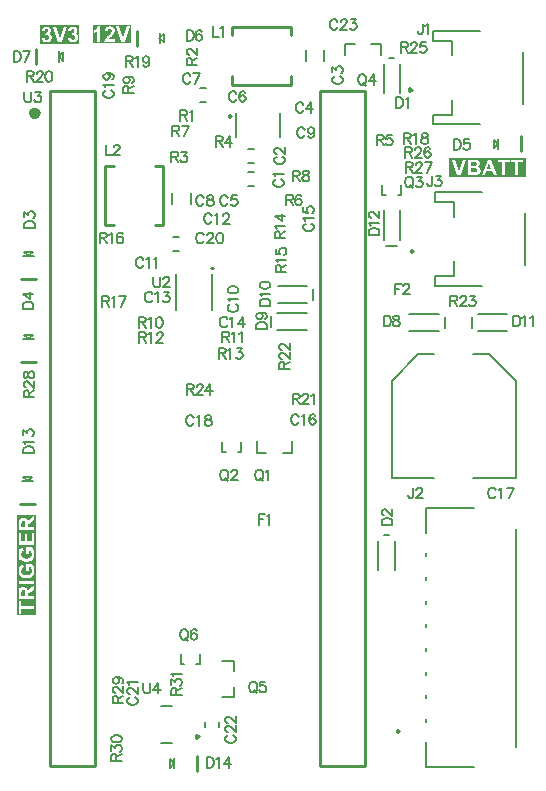
<source format=gto>
G04*
G04 #@! TF.GenerationSoftware,Altium Limited,Altium Designer,24.2.2 (26)*
G04*
G04 Layer_Color=65535*
%FSLAX25Y25*%
%MOIN*%
G70*
G04*
G04 #@! TF.SameCoordinates,A88BD47F-73B3-49E0-9FBC-4B96E2F328B5*
G04*
G04*
G04 #@! TF.FilePolarity,Positive*
G04*
G01*
G75*
%ADD10C,0.00984*%
%ADD11C,0.01000*%
%ADD12C,0.02000*%
%ADD13C,0.00787*%
%ADD14C,0.00800*%
%ADD15C,0.00600*%
G36*
X345886Y492274D02*
X320256D01*
Y498474D01*
X345886D01*
Y492274D01*
D02*
G37*
G36*
X197047Y536550D02*
X184055D01*
Y542750D01*
X197047D01*
Y536550D01*
D02*
G37*
G36*
X182529Y346124D02*
X176329D01*
Y379466D01*
X182529D01*
Y346124D01*
D02*
G37*
G36*
X214272Y536664D02*
X201476D01*
Y542864D01*
X214272D01*
Y536664D01*
D02*
G37*
%LPC*%
G36*
X325993Y497934D02*
X324890D01*
X323640Y494146D01*
X322337Y497934D01*
X321220D01*
X323055Y492814D01*
X324172D01*
X325993Y497934D01*
D02*
G37*
G36*
X344922D02*
X340859D01*
Y497069D01*
X342376D01*
Y492814D01*
X343412D01*
Y497069D01*
X344922D01*
Y497934D01*
D02*
G37*
G36*
X340549D02*
X336486D01*
Y497069D01*
X338003D01*
Y492814D01*
X339039D01*
Y497069D01*
X340549D01*
Y497934D01*
D02*
G37*
G36*
X334236D02*
X333141D01*
X331158Y492814D01*
X332253D01*
X332675Y493975D01*
X334732D01*
X335176Y492814D01*
X336294D01*
X334236Y497934D01*
D02*
G37*
G36*
X328768D02*
X326518D01*
Y492814D01*
X328738D01*
X328864Y492821D01*
X329086D01*
X329175Y492828D01*
X329315D01*
X329367Y492836D01*
X329441D01*
X329471Y492843D01*
X329500D01*
X329648Y492865D01*
X329782Y492902D01*
X329900Y492939D01*
X330004Y492984D01*
X330085Y493021D01*
X330144Y493058D01*
X330181Y493080D01*
X330196Y493087D01*
X330300Y493169D01*
X330381Y493258D01*
X330462Y493339D01*
X330522Y493428D01*
X330573Y493502D01*
X330610Y493561D01*
X330633Y493598D01*
X330640Y493613D01*
X330692Y493739D01*
X330736Y493857D01*
X330766Y493975D01*
X330781Y494079D01*
X330795Y494168D01*
X330803Y494234D01*
Y494294D01*
X330795Y494456D01*
X330766Y494604D01*
X330721Y494730D01*
X330677Y494849D01*
X330633Y494937D01*
X330588Y495004D01*
X330559Y495048D01*
X330551Y495063D01*
X330448Y495182D01*
X330337Y495278D01*
X330211Y495359D01*
X330100Y495418D01*
X329996Y495470D01*
X329907Y495507D01*
X329878Y495515D01*
X329856Y495522D01*
X329841Y495529D01*
X329833D01*
X329952Y495596D01*
X330055Y495663D01*
X330144Y495744D01*
X330218Y495811D01*
X330270Y495877D01*
X330314Y495929D01*
X330344Y495966D01*
X330351Y495981D01*
X330418Y496099D01*
X330470Y496210D01*
X330499Y496321D01*
X330529Y496425D01*
X330544Y496514D01*
X330551Y496580D01*
Y496625D01*
Y496632D01*
Y496639D01*
X330544Y496758D01*
X330529Y496876D01*
X330499Y496972D01*
X330470Y497061D01*
X330440Y497135D01*
X330411Y497194D01*
X330396Y497224D01*
X330388Y497239D01*
X330329Y497335D01*
X330263Y497416D01*
X330196Y497490D01*
X330137Y497557D01*
X330078Y497601D01*
X330033Y497638D01*
X330004Y497661D01*
X329996Y497668D01*
X329907Y497727D01*
X329811Y497772D01*
X329722Y497809D01*
X329641Y497838D01*
X329567Y497860D01*
X329515Y497875D01*
X329478Y497883D01*
X329463D01*
X329338Y497897D01*
X329197Y497912D01*
X329049Y497920D01*
X328901Y497927D01*
X328768Y497934D01*
D02*
G37*
%LPD*%
G36*
X334399Y494841D02*
X332986D01*
X333681Y496743D01*
X334399Y494841D01*
D02*
G37*
G36*
X328664Y497076D02*
X328857D01*
X328901Y497069D01*
X328982D01*
X329012Y497061D01*
X329019D01*
X329108Y497046D01*
X329190Y497024D01*
X329256Y496995D01*
X329315Y496965D01*
X329352Y496935D01*
X329389Y496906D01*
X329404Y496891D01*
X329412Y496884D01*
X329456Y496824D01*
X329486Y496758D01*
X329515Y496699D01*
X329530Y496639D01*
X329537Y496580D01*
X329545Y496536D01*
Y496506D01*
Y496499D01*
X329537Y496410D01*
X329523Y496329D01*
X329493Y496262D01*
X329471Y496203D01*
X329441Y496151D01*
X329412Y496121D01*
X329397Y496099D01*
X329389Y496092D01*
X329330Y496040D01*
X329264Y496003D01*
X329197Y495973D01*
X329130Y495951D01*
X329064Y495929D01*
X329019Y495922D01*
X328990Y495914D01*
X328945D01*
X328901Y495907D01*
X328672D01*
X328546Y495899D01*
X327554D01*
Y497083D01*
X328583D01*
X328664Y497076D01*
D02*
G37*
G36*
X328731Y495041D02*
X328820Y495034D01*
X328908D01*
X328982Y495026D01*
X329049Y495019D01*
X329101Y495011D01*
X329153Y495004D01*
X329190Y494997D01*
X329249Y494989D01*
X329286Y494974D01*
X329293D01*
X329367Y494945D01*
X329434Y494908D01*
X329493Y494871D01*
X329537Y494826D01*
X329574Y494797D01*
X329597Y494767D01*
X329611Y494745D01*
X329619Y494738D01*
X329656Y494671D01*
X329685Y494604D01*
X329708Y494545D01*
X329722Y494479D01*
X329730Y494427D01*
X329737Y494382D01*
Y494353D01*
Y494345D01*
X329730Y494249D01*
X329715Y494160D01*
X329693Y494086D01*
X329663Y494027D01*
X329634Y493975D01*
X329611Y493938D01*
X329597Y493916D01*
X329589Y493909D01*
X329530Y493857D01*
X329471Y493813D01*
X329404Y493776D01*
X329345Y493746D01*
X329293Y493731D01*
X329249Y493716D01*
X329219Y493709D01*
X329212D01*
X329182Y493702D01*
X329138D01*
X329042Y493694D01*
X328923Y493687D01*
X328805D01*
X328694Y493679D01*
X327554D01*
Y495048D01*
X328627D01*
X328731Y495041D01*
D02*
G37*
%LPC*%
G36*
X192960Y542244D02*
X191857D01*
X190607Y538455D01*
X189304Y542244D01*
X188187D01*
X190022Y537123D01*
X191139D01*
X192960Y542244D01*
D02*
G37*
G36*
X194943Y542273D02*
X194877D01*
X194721Y542266D01*
X194580Y542251D01*
X194447Y542221D01*
X194336Y542192D01*
X194247Y542162D01*
X194174Y542133D01*
X194129Y542118D01*
X194122Y542110D01*
X194114D01*
X193996Y542044D01*
X193885Y541970D01*
X193796Y541896D01*
X193722Y541829D01*
X193663Y541763D01*
X193619Y541711D01*
X193589Y541681D01*
X193581Y541666D01*
X193515Y541555D01*
X193456Y541437D01*
X193411Y541311D01*
X193367Y541193D01*
X193337Y541082D01*
X193315Y541000D01*
X193308Y540963D01*
Y540941D01*
X193300Y540926D01*
Y540919D01*
X194203Y540771D01*
X194225Y540889D01*
X194255Y540993D01*
X194284Y541082D01*
X194322Y541148D01*
X194359Y541208D01*
X194388Y541252D01*
X194410Y541274D01*
X194418Y541282D01*
X194484Y541341D01*
X194558Y541385D01*
X194632Y541415D01*
X194699Y541437D01*
X194758Y541452D01*
X194802Y541459D01*
X194847D01*
X194936Y541452D01*
X195025Y541437D01*
X195091Y541407D01*
X195150Y541385D01*
X195202Y541356D01*
X195232Y541326D01*
X195254Y541311D01*
X195261Y541304D01*
X195313Y541245D01*
X195350Y541171D01*
X195380Y541104D01*
X195395Y541037D01*
X195409Y540978D01*
X195417Y540934D01*
Y540904D01*
Y540889D01*
X195409Y540778D01*
X195387Y540682D01*
X195350Y540601D01*
X195313Y540534D01*
X195269Y540475D01*
X195239Y540438D01*
X195210Y540408D01*
X195202Y540401D01*
X195113Y540342D01*
X195017Y540297D01*
X194913Y540268D01*
X194817Y540246D01*
X194729Y540238D01*
X194655Y540231D01*
X194588D01*
X194484Y539439D01*
X194580Y539461D01*
X194662Y539483D01*
X194743Y539498D01*
X194810Y539506D01*
X194862Y539513D01*
X194936D01*
X195039Y539506D01*
X195128Y539476D01*
X195210Y539446D01*
X195283Y539402D01*
X195335Y539365D01*
X195380Y539328D01*
X195409Y539298D01*
X195417Y539291D01*
X195483Y539202D01*
X195535Y539106D01*
X195572Y539010D01*
X195602Y538914D01*
X195616Y538825D01*
X195624Y538758D01*
Y538714D01*
Y538706D01*
Y538699D01*
X195616Y538558D01*
X195594Y538433D01*
X195557Y538322D01*
X195520Y538233D01*
X195476Y538166D01*
X195446Y538114D01*
X195417Y538077D01*
X195409Y538070D01*
X195328Y537996D01*
X195239Y537937D01*
X195158Y537900D01*
X195076Y537870D01*
X195002Y537855D01*
X194950Y537848D01*
X194913Y537841D01*
X194899D01*
X194795Y537848D01*
X194706Y537870D01*
X194625Y537900D01*
X194551Y537937D01*
X194499Y537966D01*
X194455Y537996D01*
X194425Y538018D01*
X194418Y538026D01*
X194351Y538107D01*
X194292Y538196D01*
X194255Y538292D01*
X194218Y538381D01*
X194196Y538462D01*
X194181Y538529D01*
X194174Y538573D01*
Y538581D01*
Y538588D01*
X193226Y538470D01*
X193241Y538351D01*
X193271Y538240D01*
X193337Y538033D01*
X193419Y537855D01*
X193471Y537781D01*
X193515Y537707D01*
X193559Y537641D01*
X193604Y537589D01*
X193641Y537537D01*
X193678Y537500D01*
X193707Y537471D01*
X193729Y537448D01*
X193744Y537434D01*
X193752Y537426D01*
X193841Y537360D01*
X193937Y537293D01*
X194026Y537241D01*
X194129Y537197D01*
X194322Y537123D01*
X194499Y537078D01*
X194588Y537064D01*
X194662Y537049D01*
X194729Y537041D01*
X194788Y537034D01*
X194840Y537027D01*
X194906D01*
X195039Y537034D01*
X195173Y537049D01*
X195291Y537071D01*
X195409Y537101D01*
X195513Y537138D01*
X195616Y537175D01*
X195713Y537219D01*
X195794Y537263D01*
X195868Y537308D01*
X195942Y537352D01*
X195994Y537389D01*
X196046Y537426D01*
X196083Y537456D01*
X196112Y537478D01*
X196127Y537493D01*
X196134Y537500D01*
X196223Y537589D01*
X196297Y537685D01*
X196364Y537781D01*
X196423Y537878D01*
X196467Y537981D01*
X196512Y538077D01*
X196571Y538255D01*
X196586Y538336D01*
X196601Y538418D01*
X196616Y538484D01*
X196623Y538544D01*
X196630Y538588D01*
Y538655D01*
X196616Y538825D01*
X196586Y538973D01*
X196549Y539113D01*
X196497Y539224D01*
X196445Y539321D01*
X196408Y539387D01*
X196379Y539432D01*
X196364Y539446D01*
X196260Y539557D01*
X196142Y539654D01*
X196023Y539728D01*
X195913Y539787D01*
X195816Y539831D01*
X195735Y539853D01*
X195705Y539868D01*
X195683D01*
X195668Y539876D01*
X195661D01*
X195794Y539957D01*
X195905Y540038D01*
X196001Y540127D01*
X196090Y540216D01*
X196164Y540305D01*
X196223Y540394D01*
X196268Y540482D01*
X196312Y540564D01*
X196342Y540645D01*
X196364Y540719D01*
X196379Y540786D01*
X196386Y540845D01*
X196394Y540889D01*
X196401Y540926D01*
Y540949D01*
Y540956D01*
X196394Y541045D01*
X196386Y541126D01*
X196342Y541289D01*
X196290Y541437D01*
X196223Y541563D01*
X196157Y541666D01*
X196098Y541740D01*
X196075Y541770D01*
X196053Y541792D01*
X196046Y541800D01*
X196038Y541807D01*
X195957Y541888D01*
X195861Y541962D01*
X195772Y542022D01*
X195676Y542073D01*
X195572Y542125D01*
X195476Y542162D01*
X195291Y542214D01*
X195210Y542236D01*
X195128Y542251D01*
X195062Y542258D01*
X194995Y542266D01*
X194943Y542273D01*
D02*
G37*
G36*
X186189D02*
X186122D01*
X185967Y542266D01*
X185826Y542251D01*
X185693Y542221D01*
X185582Y542192D01*
X185493Y542162D01*
X185419Y542133D01*
X185375Y542118D01*
X185368Y542110D01*
X185360D01*
X185242Y542044D01*
X185131Y541970D01*
X185042Y541896D01*
X184968Y541829D01*
X184909Y541763D01*
X184864Y541711D01*
X184835Y541681D01*
X184827Y541666D01*
X184761Y541555D01*
X184702Y541437D01*
X184657Y541311D01*
X184613Y541193D01*
X184583Y541082D01*
X184561Y541000D01*
X184554Y540963D01*
Y540941D01*
X184546Y540926D01*
Y540919D01*
X185449Y540771D01*
X185471Y540889D01*
X185501Y540993D01*
X185530Y541082D01*
X185567Y541148D01*
X185604Y541208D01*
X185634Y541252D01*
X185656Y541274D01*
X185663Y541282D01*
X185730Y541341D01*
X185804Y541385D01*
X185878Y541415D01*
X185945Y541437D01*
X186004Y541452D01*
X186048Y541459D01*
X186093D01*
X186181Y541452D01*
X186270Y541437D01*
X186337Y541407D01*
X186396Y541385D01*
X186448Y541356D01*
X186477Y541326D01*
X186500Y541311D01*
X186507Y541304D01*
X186559Y541245D01*
X186596Y541171D01*
X186626Y541104D01*
X186640Y541037D01*
X186655Y540978D01*
X186662Y540934D01*
Y540904D01*
Y540889D01*
X186655Y540778D01*
X186633Y540682D01*
X186596Y540601D01*
X186559Y540534D01*
X186514Y540475D01*
X186485Y540438D01*
X186455Y540408D01*
X186448Y540401D01*
X186359Y540342D01*
X186263Y540297D01*
X186159Y540268D01*
X186063Y540246D01*
X185974Y540238D01*
X185900Y540231D01*
X185834D01*
X185730Y539439D01*
X185826Y539461D01*
X185908Y539483D01*
X185989Y539498D01*
X186056Y539506D01*
X186108Y539513D01*
X186181D01*
X186285Y539506D01*
X186374Y539476D01*
X186455Y539446D01*
X186529Y539402D01*
X186581Y539365D01*
X186626Y539328D01*
X186655Y539298D01*
X186662Y539291D01*
X186729Y539202D01*
X186781Y539106D01*
X186818Y539010D01*
X186847Y538914D01*
X186862Y538825D01*
X186870Y538758D01*
Y538714D01*
Y538706D01*
Y538699D01*
X186862Y538558D01*
X186840Y538433D01*
X186803Y538322D01*
X186766Y538233D01*
X186722Y538166D01*
X186692Y538114D01*
X186662Y538077D01*
X186655Y538070D01*
X186574Y537996D01*
X186485Y537937D01*
X186404Y537900D01*
X186322Y537870D01*
X186248Y537855D01*
X186196Y537848D01*
X186159Y537841D01*
X186144D01*
X186041Y537848D01*
X185952Y537870D01*
X185871Y537900D01*
X185797Y537937D01*
X185745Y537966D01*
X185701Y537996D01*
X185671Y538018D01*
X185663Y538026D01*
X185597Y538107D01*
X185538Y538196D01*
X185501Y538292D01*
X185464Y538381D01*
X185442Y538462D01*
X185427Y538529D01*
X185419Y538573D01*
Y538581D01*
Y538588D01*
X184472Y538470D01*
X184487Y538351D01*
X184517Y538240D01*
X184583Y538033D01*
X184664Y537855D01*
X184716Y537781D01*
X184761Y537707D01*
X184805Y537641D01*
X184850Y537589D01*
X184887Y537537D01*
X184924Y537500D01*
X184953Y537471D01*
X184975Y537448D01*
X184990Y537434D01*
X184997Y537426D01*
X185086Y537360D01*
X185182Y537293D01*
X185271Y537241D01*
X185375Y537197D01*
X185567Y537123D01*
X185745Y537078D01*
X185834Y537064D01*
X185908Y537049D01*
X185974Y537041D01*
X186033Y537034D01*
X186085Y537027D01*
X186152D01*
X186285Y537034D01*
X186418Y537049D01*
X186537Y537071D01*
X186655Y537101D01*
X186759Y537138D01*
X186862Y537175D01*
X186959Y537219D01*
X187040Y537263D01*
X187114Y537308D01*
X187188Y537352D01*
X187240Y537389D01*
X187292Y537426D01*
X187329Y537456D01*
X187358Y537478D01*
X187373Y537493D01*
X187380Y537500D01*
X187469Y537589D01*
X187543Y537685D01*
X187610Y537781D01*
X187669Y537878D01*
X187713Y537981D01*
X187758Y538077D01*
X187817Y538255D01*
X187832Y538336D01*
X187847Y538418D01*
X187861Y538484D01*
X187869Y538544D01*
X187876Y538588D01*
Y538655D01*
X187861Y538825D01*
X187832Y538973D01*
X187795Y539113D01*
X187743Y539224D01*
X187691Y539321D01*
X187654Y539387D01*
X187625Y539432D01*
X187610Y539446D01*
X187506Y539557D01*
X187388Y539654D01*
X187269Y539728D01*
X187158Y539787D01*
X187062Y539831D01*
X186981Y539853D01*
X186951Y539868D01*
X186929D01*
X186914Y539876D01*
X186907D01*
X187040Y539957D01*
X187151Y540038D01*
X187247Y540127D01*
X187336Y540216D01*
X187410Y540305D01*
X187469Y540394D01*
X187513Y540482D01*
X187558Y540564D01*
X187587Y540645D01*
X187610Y540719D01*
X187625Y540786D01*
X187632Y540845D01*
X187639Y540889D01*
X187647Y540926D01*
Y540949D01*
Y540956D01*
X187639Y541045D01*
X187632Y541126D01*
X187587Y541289D01*
X187536Y541437D01*
X187469Y541563D01*
X187402Y541666D01*
X187343Y541740D01*
X187321Y541770D01*
X187299Y541792D01*
X187292Y541800D01*
X187284Y541807D01*
X187203Y541888D01*
X187107Y541962D01*
X187018Y542022D01*
X186922Y542073D01*
X186818Y542125D01*
X186722Y542162D01*
X186537Y542214D01*
X186455Y542236D01*
X186374Y542251D01*
X186307Y542258D01*
X186241Y542266D01*
X186189Y542273D01*
D02*
G37*
G36*
X181990Y378994D02*
X180991Y378365D01*
X180887Y378298D01*
X180783Y378232D01*
X180695Y378172D01*
X180613Y378113D01*
X180539Y378062D01*
X180465Y378017D01*
X180354Y377928D01*
X180265Y377862D01*
X180206Y377817D01*
X180169Y377780D01*
X180162Y377773D01*
X180073Y377692D01*
X179992Y377595D01*
X179925Y377506D01*
X179858Y377418D01*
X179806Y377344D01*
X179770Y377285D01*
X179740Y377240D01*
X179733Y377233D01*
Y377225D01*
X179710Y377351D01*
X179681Y377462D01*
X179651Y377566D01*
X179614Y377669D01*
X179577Y377758D01*
X179540Y377839D01*
X179503Y377921D01*
X179459Y377988D01*
X179422Y378047D01*
X179385Y378099D01*
X179348Y378143D01*
X179318Y378172D01*
X179296Y378202D01*
X179274Y378224D01*
X179266Y378232D01*
X179259Y378239D01*
X179185Y378298D01*
X179111Y378350D01*
X178948Y378439D01*
X178793Y378498D01*
X178637Y378535D01*
X178504Y378565D01*
X178452Y378572D01*
X178401D01*
X178364Y378579D01*
X178326D01*
X178312D01*
X178304D01*
X178142Y378572D01*
X177986Y378542D01*
X177853Y378505D01*
X177734Y378468D01*
X177638Y378424D01*
X177564Y378387D01*
X177542Y378372D01*
X177520Y378358D01*
X177513Y378350D01*
X177505D01*
X177379Y378261D01*
X177276Y378165D01*
X177194Y378069D01*
X177120Y377973D01*
X177076Y377884D01*
X177039Y377817D01*
X177017Y377773D01*
X177009Y377765D01*
Y377758D01*
X176987Y377684D01*
X176965Y377603D01*
X176928Y377418D01*
X176906Y377218D01*
X176883Y377026D01*
Y376929D01*
X176876Y376848D01*
Y376766D01*
X176869Y376700D01*
Y374391D01*
X181990D01*
Y376737D01*
Y375427D01*
X179851D01*
Y375760D01*
X179858Y375864D01*
X179866Y375953D01*
X179880Y376027D01*
X179888Y376086D01*
X179903Y376123D01*
X179910Y376145D01*
Y376152D01*
X179940Y376212D01*
X179969Y376271D01*
X180006Y376323D01*
X180036Y376374D01*
X180073Y376411D01*
X180103Y376441D01*
X180117Y376456D01*
X180125Y376463D01*
X180162Y376493D01*
X180199Y376530D01*
X180310Y376611D01*
X180428Y376700D01*
X180561Y376796D01*
X180680Y376877D01*
X180739Y376915D01*
X180783Y376944D01*
X180820Y376974D01*
X180850Y376996D01*
X180872Y377003D01*
X180879Y377011D01*
X181990Y377751D01*
Y378994D01*
D02*
G37*
G36*
Y373511D02*
X181124D01*
Y370654D01*
X179733D01*
Y373222D01*
X178867D01*
Y370654D01*
X177734D01*
Y373414D01*
X176869D01*
Y373511D01*
D01*
Y369618D01*
X181990D01*
Y373511D01*
D02*
G37*
G36*
X181301Y368656D02*
X179244D01*
Y366429D01*
X180110D01*
Y367613D01*
X180769D01*
X180835Y367524D01*
X180894Y367428D01*
X180946Y367332D01*
X180991Y367243D01*
X181027Y367169D01*
X181057Y367102D01*
X181072Y367065D01*
X181079Y367058D01*
Y367050D01*
X181124Y366932D01*
X181153Y366813D01*
X181175Y366703D01*
X181190Y366606D01*
X181198Y366517D01*
X181205Y366458D01*
Y366399D01*
X181198Y366281D01*
X181183Y366162D01*
X181161Y366059D01*
X181131Y365955D01*
X181057Y365770D01*
X181020Y365696D01*
X180976Y365622D01*
X180931Y365556D01*
X180894Y365496D01*
X180850Y365452D01*
X180820Y365407D01*
X180791Y365378D01*
X180769Y365356D01*
X180754Y365341D01*
X180746Y365334D01*
X180657Y365267D01*
X180554Y365200D01*
X180450Y365148D01*
X180339Y365104D01*
X180110Y365030D01*
X179888Y364986D01*
X179784Y364971D01*
X179681Y364956D01*
X179599Y364949D01*
X179518Y364941D01*
X179459Y364934D01*
X179407D01*
X179377D01*
X179370D01*
X179215Y364941D01*
X179074Y364949D01*
X178933Y364971D01*
X178807Y364993D01*
X178697Y365023D01*
X178593Y365060D01*
X178497Y365097D01*
X178408Y365134D01*
X178334Y365163D01*
X178267Y365200D01*
X178216Y365237D01*
X178171Y365267D01*
X178134Y365289D01*
X178112Y365311D01*
X178097Y365319D01*
X178090Y365326D01*
X178016Y365407D01*
X177942Y365489D01*
X177890Y365578D01*
X177838Y365667D01*
X177794Y365755D01*
X177757Y365844D01*
X177705Y366014D01*
X177690Y366096D01*
X177675Y366170D01*
X177668Y366236D01*
X177661Y366296D01*
X177653Y366340D01*
Y366406D01*
X177661Y366569D01*
X177690Y366710D01*
X177720Y366836D01*
X177764Y366947D01*
X177801Y367028D01*
X177838Y367095D01*
X177868Y367132D01*
X177875Y367146D01*
X177964Y367250D01*
X178060Y367339D01*
X178156Y367413D01*
X178252Y367465D01*
X178341Y367509D01*
X178408Y367539D01*
X178452Y367553D01*
X178460Y367561D01*
X178467D01*
X178275Y368589D01*
X178149Y368560D01*
X178023Y368515D01*
X177912Y368471D01*
X177808Y368412D01*
X177705Y368360D01*
X177616Y368301D01*
X177535Y368242D01*
X177461Y368182D01*
X177394Y368123D01*
X177335Y368072D01*
X177283Y368027D01*
X177246Y367983D01*
X177217Y367946D01*
X177187Y367916D01*
X177180Y367901D01*
X177172Y367894D01*
X177098Y367790D01*
X177039Y367679D01*
X176987Y367561D01*
X176943Y367435D01*
X176869Y367191D01*
X176824Y366954D01*
X176802Y366843D01*
X176795Y366740D01*
X176787Y366643D01*
X176780Y366562D01*
X176773Y366495D01*
Y368656D01*
D01*
D01*
Y363868D01*
D01*
Y366406D01*
X176780Y366140D01*
X176810Y365903D01*
X176832Y365800D01*
X176854Y365696D01*
X176876Y365600D01*
X176898Y365518D01*
X176928Y365444D01*
X176950Y365370D01*
X176972Y365319D01*
X176987Y365267D01*
X177009Y365230D01*
X177017Y365200D01*
X177032Y365185D01*
Y365178D01*
X177165Y364949D01*
X177246Y364852D01*
X177320Y364756D01*
X177401Y364668D01*
X177483Y364586D01*
X177564Y364512D01*
X177638Y364445D01*
X177712Y364394D01*
X177779Y364342D01*
X177838Y364298D01*
X177890Y364261D01*
X177934Y364238D01*
X177964Y364216D01*
X177986Y364209D01*
X177994Y364201D01*
X178112Y364142D01*
X178230Y364090D01*
X178474Y364009D01*
X178719Y363950D01*
X178933Y363913D01*
X179037Y363898D01*
X179126Y363883D01*
X179207Y363876D01*
X179281D01*
X179333Y363868D01*
X182086D01*
X179414D01*
X179688Y363883D01*
X179940Y363913D01*
X180169Y363965D01*
X180280Y363987D01*
X180376Y364016D01*
X180465Y364046D01*
X180547Y364068D01*
X180613Y364098D01*
X180672Y364120D01*
X180717Y364135D01*
X180754Y364149D01*
X180776Y364164D01*
X180783D01*
X181005Y364290D01*
X181198Y364431D01*
X181368Y364579D01*
X181501Y364727D01*
X181560Y364793D01*
X181612Y364860D01*
X181657Y364912D01*
X181686Y364964D01*
X181716Y365001D01*
X181738Y365037D01*
X181745Y365052D01*
X181753Y365060D01*
X181812Y365178D01*
X181864Y365289D01*
X181945Y365533D01*
X182004Y365770D01*
X182041Y365985D01*
X182056Y366088D01*
X182071Y366177D01*
X182078Y366259D01*
Y366333D01*
X182086Y366384D01*
Y366466D01*
X182078Y366703D01*
X182049Y366925D01*
X182012Y367139D01*
X181967Y367324D01*
X181945Y367406D01*
X181923Y367479D01*
X181901Y367546D01*
X181886Y367605D01*
X181871Y367650D01*
X181856Y367679D01*
X181849Y367702D01*
Y367709D01*
X181760Y367931D01*
X181664Y368116D01*
X181568Y368279D01*
X181486Y368419D01*
X181412Y368523D01*
X181383Y368560D01*
X181353Y368597D01*
X181331Y368619D01*
X181316Y368641D01*
X181301Y368656D01*
D02*
G37*
G36*
Y363091D02*
X179244D01*
Y360864D01*
X180110D01*
Y362048D01*
X180769D01*
X180835Y361959D01*
X180894Y361863D01*
X180946Y361767D01*
X180991Y361678D01*
X181027Y361604D01*
X181057Y361537D01*
X181072Y361500D01*
X181079Y361493D01*
Y361486D01*
X181124Y361367D01*
X181153Y361249D01*
X181175Y361138D01*
X181190Y361041D01*
X181198Y360953D01*
X181205Y360894D01*
Y360834D01*
X181198Y360716D01*
X181183Y360597D01*
X181161Y360494D01*
X181131Y360390D01*
X181057Y360205D01*
X181020Y360131D01*
X180976Y360057D01*
X180931Y359991D01*
X180894Y359931D01*
X180850Y359887D01*
X180820Y359843D01*
X180791Y359813D01*
X180769Y359791D01*
X180754Y359776D01*
X180746Y359769D01*
X180657Y359702D01*
X180554Y359635D01*
X180450Y359584D01*
X180339Y359539D01*
X180110Y359465D01*
X179888Y359421D01*
X179784Y359406D01*
X179681Y359391D01*
X179599Y359384D01*
X179518Y359377D01*
X179459Y359369D01*
X179407D01*
X179377D01*
X179370D01*
X179215Y359377D01*
X179074Y359384D01*
X178933Y359406D01*
X178807Y359428D01*
X178697Y359458D01*
X178593Y359495D01*
X178497Y359532D01*
X178408Y359569D01*
X178334Y359598D01*
X178267Y359635D01*
X178216Y359672D01*
X178171Y359702D01*
X178134Y359724D01*
X178112Y359747D01*
X178097Y359754D01*
X178090Y359761D01*
X178016Y359843D01*
X177942Y359924D01*
X177890Y360013D01*
X177838Y360102D01*
X177794Y360191D01*
X177757Y360279D01*
X177705Y360450D01*
X177690Y360531D01*
X177675Y360605D01*
X177668Y360671D01*
X177661Y360731D01*
X177653Y360775D01*
Y360842D01*
X177661Y361004D01*
X177690Y361145D01*
X177720Y361271D01*
X177764Y361382D01*
X177801Y361463D01*
X177838Y361530D01*
X177868Y361567D01*
X177875Y361582D01*
X177964Y361685D01*
X178060Y361774D01*
X178156Y361848D01*
X178252Y361900D01*
X178341Y361944D01*
X178408Y361974D01*
X178452Y361989D01*
X178460Y361996D01*
X178467D01*
X178275Y363025D01*
X178149Y362995D01*
X178023Y362951D01*
X177912Y362906D01*
X177808Y362847D01*
X177705Y362795D01*
X177616Y362736D01*
X177535Y362677D01*
X177461Y362618D01*
X177394Y362559D01*
X177335Y362507D01*
X177283Y362462D01*
X177246Y362418D01*
X177217Y362381D01*
X177187Y362351D01*
X177180Y362336D01*
X177172Y362329D01*
X177098Y362226D01*
X177039Y362115D01*
X176987Y361996D01*
X176943Y361870D01*
X176869Y361626D01*
X176824Y361389D01*
X176802Y361278D01*
X176795Y361175D01*
X176787Y361079D01*
X176780Y360997D01*
X176773Y360930D01*
Y361041D01*
Y360930D01*
Y360842D01*
X176780Y360575D01*
X176810Y360338D01*
X176832Y360235D01*
X176854Y360131D01*
X176876Y360035D01*
X176898Y359954D01*
X176928Y359880D01*
X176950Y359806D01*
X176972Y359754D01*
X176987Y359702D01*
X177009Y359665D01*
X177017Y359635D01*
X177032Y359621D01*
Y359613D01*
X177165Y359384D01*
X177246Y359288D01*
X177320Y359191D01*
X177401Y359103D01*
X177483Y359021D01*
X177564Y358947D01*
X177638Y358881D01*
X177712Y358829D01*
X177779Y358777D01*
X177838Y358733D01*
X177890Y358696D01*
X177934Y358674D01*
X177964Y358651D01*
X177986Y358644D01*
X177994Y358636D01*
X178112Y358577D01*
X178230Y358525D01*
X178474Y358444D01*
X178719Y358385D01*
X178933Y358348D01*
X179037Y358333D01*
X179126Y358318D01*
X179207Y358311D01*
X179281D01*
X179333Y358303D01*
X182086D01*
Y360901D01*
X182078Y361138D01*
X182049Y361360D01*
X182012Y361574D01*
X181967Y361759D01*
X181945Y361841D01*
X181923Y361915D01*
X181901Y361981D01*
X181886Y362040D01*
X181871Y362085D01*
X181856Y362115D01*
X181849Y362137D01*
Y362144D01*
X181760Y362366D01*
X181664Y362551D01*
X181568Y362714D01*
X181486Y362855D01*
X181412Y362958D01*
X181383Y362995D01*
X181353Y363032D01*
X181331Y363054D01*
X181316Y363076D01*
X181301Y363091D01*
D02*
G37*
G36*
X181990Y357497D02*
X176869D01*
Y356461D01*
X181990D01*
Y357497D01*
D02*
G37*
G36*
Y355936D02*
X180991Y355307D01*
X180887Y355240D01*
X180783Y355173D01*
X180695Y355114D01*
X180613Y355055D01*
X180539Y355003D01*
X180465Y354959D01*
X180354Y354870D01*
X180265Y354803D01*
X180206Y354759D01*
X180169Y354722D01*
X180162Y354714D01*
X180073Y354633D01*
X179992Y354537D01*
X179925Y354448D01*
X179858Y354359D01*
X179806Y354285D01*
X179770Y354226D01*
X179740Y354182D01*
X179733Y354174D01*
Y354167D01*
X179710Y354293D01*
X179681Y354404D01*
X179651Y354507D01*
X179614Y354611D01*
X179577Y354700D01*
X179540Y354781D01*
X179503Y354862D01*
X179459Y354929D01*
X179422Y354988D01*
X179385Y355040D01*
X179348Y355084D01*
X179318Y355114D01*
X179296Y355144D01*
X179274Y355166D01*
X179266Y355173D01*
X179259Y355181D01*
X179185Y355240D01*
X179111Y355292D01*
X178948Y355381D01*
X178793Y355440D01*
X178637Y355477D01*
X178504Y355506D01*
X178452Y355514D01*
X178401D01*
X178364Y355521D01*
X178326D01*
X178312D01*
X178304D01*
X178142Y355514D01*
X177986Y355484D01*
X177853Y355447D01*
X177734Y355410D01*
X177638Y355366D01*
X177564Y355329D01*
X177542Y355314D01*
X177520Y355299D01*
X177513Y355292D01*
X177505D01*
X177379Y355203D01*
X177276Y355107D01*
X177194Y355011D01*
X177120Y354914D01*
X177076Y354825D01*
X177039Y354759D01*
X177017Y354714D01*
X177009Y354707D01*
Y354700D01*
X176987Y354626D01*
X176965Y354544D01*
X176928Y354359D01*
X176906Y354159D01*
X176883Y353967D01*
Y353871D01*
X176876Y353789D01*
Y353708D01*
X176869Y353642D01*
Y355936D01*
X181990D01*
X176869D01*
Y351333D01*
X181990D01*
Y352968D01*
Y352369D01*
X179851D01*
Y352702D01*
X179858Y352805D01*
X179866Y352894D01*
X179880Y352968D01*
X179888Y353027D01*
X179903Y353064D01*
X179910Y353086D01*
Y353094D01*
X179940Y353153D01*
X179969Y353212D01*
X180006Y353264D01*
X180036Y353316D01*
X180073Y353353D01*
X180103Y353382D01*
X180117Y353397D01*
X180125Y353405D01*
X180162Y353434D01*
X180199Y353471D01*
X180310Y353553D01*
X180428Y353642D01*
X180561Y353738D01*
X180680Y353819D01*
X180739Y353856D01*
X180783Y353886D01*
X180820Y353915D01*
X180850Y353938D01*
X180872Y353945D01*
X180879Y353952D01*
X181990Y354692D01*
Y355936D01*
D02*
G37*
G36*
Y350659D02*
Y349150D01*
X177734D01*
Y350659D01*
X181990D01*
X176869D01*
Y346597D01*
X177734D01*
Y348114D01*
X181990D01*
Y346597D01*
Y350659D01*
D02*
G37*
%LPD*%
G36*
X178460Y377506D02*
X178534Y377499D01*
X178600Y377477D01*
X178659Y377462D01*
X178704Y377440D01*
X178734Y377418D01*
X178756Y377410D01*
X178763Y377403D01*
X178815Y377359D01*
X178859Y377314D01*
X178926Y377218D01*
X178948Y377181D01*
X178963Y377144D01*
X178978Y377122D01*
Y377114D01*
X178985Y377077D01*
X179000Y377018D01*
X179007Y376959D01*
X179015Y376892D01*
X179022Y376737D01*
X179030Y376582D01*
X179037Y376433D01*
Y375427D01*
X177734D01*
Y376611D01*
X177742Y376678D01*
Y376840D01*
X177749Y376907D01*
Y376952D01*
X177757Y376974D01*
Y376981D01*
X177779Y377070D01*
X177808Y377151D01*
X177838Y377218D01*
X177875Y377270D01*
X177912Y377314D01*
X177934Y377351D01*
X177956Y377366D01*
X177964Y377373D01*
X178023Y377418D01*
X178097Y377455D01*
X178164Y377477D01*
X178230Y377499D01*
X178290Y377506D01*
X178334Y377514D01*
X178364D01*
X178378D01*
X178460Y377506D01*
D02*
G37*
G36*
X182086Y358303D02*
X179414D01*
X179688Y358318D01*
X179940Y358348D01*
X180169Y358400D01*
X180280Y358422D01*
X180376Y358452D01*
X180465Y358481D01*
X180547Y358503D01*
X180613Y358533D01*
X180672Y358555D01*
X180717Y358570D01*
X180754Y358585D01*
X180776Y358599D01*
X180783D01*
X181005Y358725D01*
X181198Y358866D01*
X181368Y359014D01*
X181501Y359162D01*
X181560Y359228D01*
X181612Y359295D01*
X181657Y359347D01*
X181686Y359399D01*
X181716Y359436D01*
X181738Y359473D01*
X181745Y359488D01*
X181753Y359495D01*
X181812Y359613D01*
X181864Y359724D01*
X181945Y359968D01*
X182004Y360205D01*
X182041Y360420D01*
X182056Y360524D01*
X182071Y360612D01*
X182078Y360694D01*
Y360768D01*
X182086Y360820D01*
Y358303D01*
D02*
G37*
G36*
X178460Y354448D02*
X178534Y354441D01*
X178600Y354418D01*
X178659Y354404D01*
X178704Y354381D01*
X178734Y354359D01*
X178756Y354352D01*
X178763Y354345D01*
X178815Y354300D01*
X178859Y354256D01*
X178926Y354159D01*
X178948Y354122D01*
X178963Y354085D01*
X178978Y354063D01*
Y354056D01*
X178985Y354019D01*
X179000Y353960D01*
X179007Y353901D01*
X179015Y353834D01*
X179022Y353678D01*
X179030Y353523D01*
X179037Y353375D01*
Y352369D01*
X177734D01*
Y353553D01*
X177742Y353619D01*
Y353782D01*
X177749Y353849D01*
Y353893D01*
X177757Y353915D01*
Y353923D01*
X177779Y354012D01*
X177808Y354093D01*
X177838Y354159D01*
X177875Y354211D01*
X177912Y354256D01*
X177934Y354293D01*
X177956Y354308D01*
X177964Y354315D01*
X178023Y354359D01*
X178097Y354396D01*
X178164Y354418D01*
X178230Y354441D01*
X178290Y354448D01*
X178334Y354455D01*
X178364D01*
X178378D01*
X178460Y354448D01*
D02*
G37*
%LPC*%
G36*
X213961Y542309D02*
X212858D01*
X211607Y538521D01*
X210305Y542309D01*
X209188D01*
X211023Y537189D01*
X212140D01*
X213961Y542309D01*
D02*
G37*
G36*
X207271Y542339D02*
X207197D01*
X207071Y542332D01*
X206953Y542324D01*
X206723Y542287D01*
X206531Y542228D01*
X206442Y542198D01*
X206361Y542161D01*
X206287Y542132D01*
X206227Y542095D01*
X206168Y542065D01*
X206124Y542043D01*
X206087Y542013D01*
X206065Y541999D01*
X206050Y541991D01*
X206043Y541984D01*
X205961Y541910D01*
X205887Y541836D01*
X205820Y541747D01*
X205761Y541651D01*
X205673Y541458D01*
X205598Y541273D01*
X205576Y541177D01*
X205554Y541096D01*
X205532Y541022D01*
X205524Y540955D01*
X205510Y540896D01*
Y540859D01*
X205502Y540829D01*
Y540822D01*
X206479Y540726D01*
X206494Y540874D01*
X206523Y541000D01*
X206553Y541111D01*
X206590Y541192D01*
X206620Y541259D01*
X206649Y541303D01*
X206672Y541333D01*
X206679Y541340D01*
X206753Y541399D01*
X206834Y541444D01*
X206916Y541481D01*
X206997Y541503D01*
X207064Y541518D01*
X207123Y541525D01*
X207175D01*
X207286Y541518D01*
X207382Y541495D01*
X207463Y541466D01*
X207537Y541436D01*
X207589Y541407D01*
X207633Y541377D01*
X207656Y541355D01*
X207663Y541347D01*
X207722Y541273D01*
X207767Y541192D01*
X207796Y541111D01*
X207819Y541029D01*
X207833Y540955D01*
X207841Y540889D01*
Y540852D01*
Y540844D01*
Y540837D01*
X207833Y540726D01*
X207811Y540622D01*
X207774Y540519D01*
X207737Y540430D01*
X207700Y540348D01*
X207663Y540289D01*
X207641Y540252D01*
X207633Y540237D01*
X207604Y540193D01*
X207559Y540141D01*
X207500Y540075D01*
X207441Y540015D01*
X207308Y539875D01*
X207175Y539734D01*
X207042Y539601D01*
X206982Y539542D01*
X206923Y539497D01*
X206879Y539453D01*
X206849Y539423D01*
X206827Y539401D01*
X206820Y539394D01*
X206672Y539253D01*
X206538Y539120D01*
X206413Y538994D01*
X206301Y538883D01*
X206198Y538772D01*
X206109Y538669D01*
X206028Y538580D01*
X205961Y538491D01*
X205902Y538417D01*
X205850Y538350D01*
X205806Y538299D01*
X205776Y538247D01*
X205747Y538217D01*
X205732Y538188D01*
X205717Y538173D01*
Y538165D01*
X205621Y537995D01*
X205547Y537818D01*
X205487Y537655D01*
X205443Y537507D01*
X205414Y537374D01*
X205406Y537322D01*
X205399Y537277D01*
X205391Y537240D01*
X205384Y537211D01*
Y537189D01*
X208825D01*
Y538099D01*
X206871D01*
X206930Y538195D01*
X206997Y538276D01*
X207027Y538313D01*
X207049Y538343D01*
X207064Y538358D01*
X207071Y538365D01*
X207101Y538395D01*
X207130Y538432D01*
X207219Y538513D01*
X207315Y538609D01*
X207412Y538706D01*
X207508Y538794D01*
X207589Y538868D01*
X207619Y538898D01*
X207641Y538920D01*
X207656Y538928D01*
X207663Y538935D01*
X207826Y539090D01*
X207959Y539216D01*
X208070Y539335D01*
X208159Y539423D01*
X208225Y539497D01*
X208270Y539549D01*
X208299Y539586D01*
X208307Y539594D01*
X208403Y539719D01*
X208485Y539838D01*
X208551Y539949D01*
X208603Y540045D01*
X208647Y540126D01*
X208677Y540193D01*
X208692Y540230D01*
X208699Y540245D01*
X208744Y540363D01*
X208773Y540482D01*
X208795Y540593D01*
X208810Y540696D01*
X208818Y540778D01*
X208825Y540844D01*
Y540903D01*
X208818Y541014D01*
X208803Y541125D01*
X208788Y541229D01*
X208758Y541325D01*
X208684Y541495D01*
X208610Y541643D01*
X208566Y541710D01*
X208529Y541762D01*
X208492Y541814D01*
X208455Y541851D01*
X208425Y541880D01*
X208411Y541910D01*
X208396Y541917D01*
X208388Y541925D01*
X208307Y541999D01*
X208211Y542065D01*
X208122Y542117D01*
X208018Y542161D01*
X207826Y542235D01*
X207633Y542287D01*
X207545Y542302D01*
X207463Y542317D01*
X207389Y542324D01*
X207323Y542332D01*
X207271Y542339D01*
D02*
G37*
G36*
X204037D02*
X203238D01*
X203164Y542169D01*
X203068Y542013D01*
X202964Y541865D01*
X202860Y541747D01*
X202772Y541651D01*
X202690Y541577D01*
X202661Y541547D01*
X202639Y541525D01*
X202624Y541518D01*
X202616Y541510D01*
X202453Y541392D01*
X202298Y541288D01*
X202157Y541207D01*
X202032Y541148D01*
X201928Y541103D01*
X201854Y541066D01*
X201824Y541059D01*
X201802Y541051D01*
X201795Y541044D01*
X201787D01*
Y540156D01*
X202054Y540260D01*
X202291Y540371D01*
X202402Y540430D01*
X202505Y540496D01*
X202602Y540556D01*
X202690Y540615D01*
X202772Y540674D01*
X202846Y540726D01*
X202905Y540770D01*
X202957Y540815D01*
X203001Y540852D01*
X203031Y540874D01*
X203046Y540889D01*
X203053Y540896D01*
Y537189D01*
X204037D01*
Y542339D01*
D02*
G37*
%LPD*%
D10*
X236811Y305709D02*
X236073Y306135D01*
Y305282D01*
X236811Y305709D01*
X303740Y307480D02*
X303002Y307907D01*
Y307054D01*
X303740Y307480D01*
X307776Y521260D02*
X307037Y521686D01*
Y520834D01*
X307776Y521260D01*
X247736Y512500D02*
X246998Y512926D01*
Y512074D01*
X247736Y512500D01*
X308366Y467520D02*
X307628Y467946D01*
Y467094D01*
X308366Y467520D01*
D11*
X241536Y461839D02*
X240936D01*
X241536D01*
X236154Y294252D02*
Y299252D01*
X182645Y529783D02*
Y534784D01*
X177618Y430479D02*
X182618D01*
X205512Y476279D02*
X208465D01*
X205512D02*
Y495965D01*
X208465D01*
X222244Y476279D02*
X224803D01*
Y495965D01*
X222244D02*
X224803D01*
X344225Y500650D02*
Y505650D01*
X216109Y535886D02*
Y540886D01*
X177618Y458235D02*
X182618D01*
X177323Y383235D02*
X182323D01*
X248031Y539567D02*
Y542126D01*
X267717D01*
Y539567D02*
Y542126D01*
X248031Y522835D02*
Y525787D01*
Y522835D02*
X267717D01*
Y525787D01*
X277146Y295886D02*
Y520886D01*
Y295886D02*
X292146D01*
Y520886D01*
X277146D02*
X292146D01*
X187146Y295886D02*
Y520886D01*
Y295886D02*
X202146D01*
Y520886D01*
X187146D02*
X202146D01*
D12*
X183146Y513386D02*
X182646Y514252D01*
X181646D01*
X181146Y513386D01*
X181646Y512520D01*
X182646D01*
X183146Y513386D01*
D13*
X224311Y303445D02*
X228051D01*
X224311Y315650D02*
X228051D01*
X342520Y302264D02*
Y374902D01*
X312598Y295374D02*
X328445D01*
X312598Y373524D02*
Y381791D01*
Y365650D02*
Y366634D01*
Y357776D02*
Y358760D01*
Y349902D02*
Y350886D01*
Y342028D02*
Y343012D01*
Y334154D02*
Y335138D01*
Y326279D02*
Y327264D01*
Y318406D02*
Y319390D01*
Y310531D02*
Y311516D01*
Y295374D02*
Y303642D01*
Y381791D02*
X328445D01*
X314961Y509646D02*
X330709D01*
X314961D02*
Y512795D01*
X321260D01*
Y517717D01*
Y532677D02*
Y537598D01*
X314961D02*
X321260D01*
X314961D02*
Y540748D01*
X330709D01*
X344882Y516535D02*
Y533858D01*
X300394Y531634D02*
X301969D01*
X303937Y520118D02*
Y529961D01*
X298425Y520118D02*
Y529961D01*
X285728Y532677D02*
Y536614D01*
X288878D01*
X297539Y532677D02*
Y536614D01*
X294390D02*
X297539D01*
X236008Y329654D02*
X237189D01*
Y333197D01*
X230890Y329654D02*
X232071D01*
X230890D02*
Y333197D01*
X244669Y330736D02*
X248606D01*
Y327587D02*
Y330736D01*
X244669Y318925D02*
X248606D01*
Y322075D01*
X263779Y505315D02*
Y513583D01*
X249213Y505315D02*
Y513583D01*
X327935Y441951D02*
Y445495D01*
X329904Y440967D02*
X339746D01*
X329904Y446479D02*
X339746D01*
X318779Y441831D02*
Y445374D01*
X306968Y446358D02*
X316811D01*
X306968Y440846D02*
X316811D01*
X227953Y483169D02*
Y486713D01*
X234252Y483169D02*
Y486713D01*
X298031Y486024D02*
Y489567D01*
Y486024D02*
X299213D01*
X304331D02*
Y489567D01*
X303150Y486024D02*
X304331D01*
X299409Y469291D02*
X302953D01*
X303937Y471260D02*
Y481102D01*
X298425Y471260D02*
Y481102D01*
X278740Y530905D02*
Y534449D01*
X272441Y530905D02*
Y534449D01*
X328346Y433071D02*
X333661D01*
X342520Y391732D02*
Y424213D01*
X328346Y391732D02*
X342520D01*
X301181D02*
X315354D01*
X301181D02*
Y424213D01*
X310039Y433071D01*
X315354D01*
X333661D02*
X342520Y424213D01*
X260984Y442224D02*
Y445768D01*
X262953Y441240D02*
X272795D01*
X262953Y446752D02*
X272795D01*
X267913Y400197D02*
Y404134D01*
X264764Y400197D02*
X267913D01*
X256102D02*
Y404134D01*
Y400197D02*
X259252D01*
X315551Y455905D02*
X331299D01*
X315551D02*
Y459055D01*
X321850D01*
Y463976D01*
Y478937D02*
Y483858D01*
X315551D02*
X321850D01*
X315551D02*
Y487008D01*
X331299D01*
X345472Y462795D02*
Y480118D01*
X229236Y447839D02*
Y459839D01*
X241236Y447839D02*
Y459839D01*
X274927Y451280D02*
Y454823D01*
X263116Y455807D02*
X272958D01*
X263116Y450295D02*
X272958D01*
X244685Y400394D02*
Y403937D01*
Y400394D02*
X245866D01*
X250984D02*
Y403937D01*
X249803Y400394D02*
X250984D01*
X298721Y372638D02*
X300295D01*
X302264Y361122D02*
Y370965D01*
X296752Y361122D02*
Y370965D01*
D14*
X243602Y308661D02*
Y310630D01*
X238878Y308661D02*
Y310630D01*
X228248Y467421D02*
X230217D01*
X228248Y472146D02*
X230217D01*
X253150Y501575D02*
X255118D01*
X253150Y496850D02*
X255118D01*
X237205Y521752D02*
X239173D01*
X237205Y517028D02*
X239173D01*
X253150Y493701D02*
X255118D01*
X253150Y488976D02*
X255118D01*
D15*
X228499Y294987D02*
Y298467D01*
X227154Y298163D02*
X228599Y296718D01*
X227154Y295287D02*
X228599Y296732D01*
X227154Y295287D02*
Y298052D01*
X191644Y530983D02*
Y533748D01*
X190199Y532304D02*
X191644Y533748D01*
X190199Y532317D02*
X191644Y530873D01*
X190299Y530569D02*
Y534049D01*
X178653Y439479D02*
X181418D01*
X178653D02*
X180098Y438034D01*
X180084D02*
X181529Y439479D01*
X178353Y438134D02*
X181833D01*
X335226Y501685D02*
Y504450D01*
Y501685D02*
X336671Y503129D01*
X335226Y504561D02*
X336671Y503116D01*
X336571Y501384D02*
Y504865D01*
X225109Y537086D02*
Y539851D01*
X223664Y538406D02*
X225109Y539851D01*
X223664Y538420D02*
X225109Y536975D01*
X223764Y536671D02*
Y540151D01*
X178653Y467235D02*
X181418D01*
X178653D02*
X180098Y465791D01*
X180084D02*
X181529Y467235D01*
X178353Y465891D02*
X181833D01*
X178358Y392235D02*
X181123D01*
X178358D02*
X179803Y390790D01*
X179789D02*
X181234Y392235D01*
X178057Y390890D02*
X181538D01*
X283034Y543917D02*
X282867Y544250D01*
X282534Y544583D01*
X282201Y544750D01*
X281534D01*
X281201Y544583D01*
X280868Y544250D01*
X280701Y543917D01*
X280534Y543417D01*
Y542583D01*
X280701Y542084D01*
X280868Y541750D01*
X281201Y541417D01*
X281534Y541250D01*
X282201D01*
X282534Y541417D01*
X282867Y541750D01*
X283034Y542084D01*
X284184Y543917D02*
Y544083D01*
X284350Y544416D01*
X284517Y544583D01*
X284850Y544750D01*
X285517D01*
X285850Y544583D01*
X286016Y544416D01*
X286183Y544083D01*
Y543750D01*
X286016Y543417D01*
X285683Y542917D01*
X284017Y541250D01*
X286350D01*
X287466Y544750D02*
X289299D01*
X288299Y543417D01*
X288799D01*
X289132Y543250D01*
X289299Y543083D01*
X289466Y542583D01*
Y542250D01*
X289299Y541750D01*
X288966Y541417D01*
X288466Y541250D01*
X287966D01*
X287466Y541417D01*
X287299Y541584D01*
X287133Y541917D01*
X227750Y319467D02*
X231250D01*
X227750D02*
Y320967D01*
X227917Y321467D01*
X228084Y321634D01*
X228417Y321800D01*
X228750D01*
X229083Y321634D01*
X229250Y321467D01*
X229417Y320967D01*
Y319467D01*
Y320634D02*
X231250Y321800D01*
X227750Y322917D02*
Y324750D01*
X229083Y323750D01*
Y324250D01*
X229250Y324583D01*
X229417Y324750D01*
X229917Y324916D01*
X230250D01*
X230750Y324750D01*
X231083Y324416D01*
X231250Y323917D01*
Y323417D01*
X231083Y322917D01*
X230916Y322750D01*
X230583Y322583D01*
X228417Y325699D02*
X228250Y326033D01*
X227750Y326533D01*
X231250D01*
X304281Y537084D02*
Y533585D01*
Y537084D02*
X305780D01*
X306280Y536918D01*
X306447Y536751D01*
X306613Y536418D01*
Y536085D01*
X306447Y535751D01*
X306280Y535585D01*
X305780Y535418D01*
X304281D01*
X305447D02*
X306613Y533585D01*
X307563Y536251D02*
Y536418D01*
X307730Y536751D01*
X307896Y536918D01*
X308230Y537084D01*
X308896D01*
X309229Y536918D01*
X309396Y536751D01*
X309563Y536418D01*
Y536085D01*
X309396Y535751D01*
X309063Y535251D01*
X307397Y533585D01*
X309729D01*
X312512Y537084D02*
X310846D01*
X310679Y535585D01*
X310846Y535751D01*
X311346Y535918D01*
X311846D01*
X312346Y535751D01*
X312679Y535418D01*
X312845Y534918D01*
Y534585D01*
X312679Y534085D01*
X312346Y533752D01*
X311846Y533585D01*
X311346D01*
X310846Y533752D01*
X310679Y533918D01*
X310513Y534252D01*
X218300Y323499D02*
Y321000D01*
X218467Y320500D01*
X218800Y320167D01*
X219300Y320000D01*
X219633D01*
X220133Y320167D01*
X220466Y320500D01*
X220633Y321000D01*
Y323499D01*
X223266D02*
X221599Y321166D01*
X224099D01*
X223266Y323499D02*
Y320000D01*
X207601Y297489D02*
X211100D01*
X207601D02*
Y298989D01*
X207767Y299489D01*
X207934Y299656D01*
X208267Y299822D01*
X208601D01*
X208934Y299656D01*
X209101Y299489D01*
X209267Y298989D01*
Y297489D01*
Y298656D02*
X211100Y299822D01*
X207601Y300939D02*
Y302771D01*
X208934Y301772D01*
Y302272D01*
X209101Y302605D01*
X209267Y302771D01*
X209767Y302938D01*
X210100D01*
X210600Y302771D01*
X210933Y302438D01*
X211100Y301938D01*
Y301438D01*
X210933Y300939D01*
X210767Y300772D01*
X210434Y300605D01*
X207601Y304721D02*
X207767Y304221D01*
X208267Y303888D01*
X209101Y303721D01*
X209600D01*
X210434Y303888D01*
X210933Y304221D01*
X211100Y304721D01*
Y305054D01*
X210933Y305554D01*
X210434Y305887D01*
X209600Y306054D01*
X209101D01*
X208267Y305887D01*
X207767Y305554D01*
X207601Y305054D01*
Y304721D01*
X208191Y316962D02*
X211690D01*
X208191D02*
Y318462D01*
X208358Y318962D01*
X208525Y319128D01*
X208858Y319295D01*
X209191D01*
X209524Y319128D01*
X209691Y318962D01*
X209858Y318462D01*
Y316962D01*
Y318129D02*
X211690Y319295D01*
X209024Y320245D02*
X208858D01*
X208525Y320412D01*
X208358Y320578D01*
X208191Y320912D01*
Y321578D01*
X208358Y321911D01*
X208525Y322078D01*
X208858Y322245D01*
X209191D01*
X209524Y322078D01*
X210024Y321745D01*
X211690Y320078D01*
Y322411D01*
X209358Y325360D02*
X209858Y325194D01*
X210191Y324861D01*
X210357Y324361D01*
Y324194D01*
X210191Y323694D01*
X209858Y323361D01*
X209358Y323194D01*
X209191D01*
X208691Y323361D01*
X208358Y323694D01*
X208191Y324194D01*
Y324361D01*
X208358Y324861D01*
X208691Y325194D01*
X209358Y325360D01*
X210191D01*
X211024Y325194D01*
X211524Y324861D01*
X211690Y324361D01*
Y324027D01*
X211524Y323528D01*
X211191Y323361D01*
X231675Y341416D02*
X231342Y341250D01*
X231009Y340916D01*
X230842Y340583D01*
X230676Y340083D01*
Y339250D01*
X230842Y338750D01*
X231009Y338417D01*
X231342Y338084D01*
X231675Y337917D01*
X232342D01*
X232675Y338084D01*
X233008Y338417D01*
X233175Y338750D01*
X233342Y339250D01*
Y340083D01*
X233175Y340583D01*
X233008Y340916D01*
X232675Y341250D01*
X232342Y341416D01*
X231675D01*
X232175Y338583D02*
X233175Y337584D01*
X236158Y340916D02*
X235991Y341250D01*
X235491Y341416D01*
X235158D01*
X234658Y341250D01*
X234325Y340750D01*
X234158Y339917D01*
Y339083D01*
X234325Y338417D01*
X234658Y338084D01*
X235158Y337917D01*
X235325D01*
X235824Y338084D01*
X236158Y338417D01*
X236324Y338917D01*
Y339083D01*
X236158Y339583D01*
X235824Y339917D01*
X235325Y340083D01*
X235158D01*
X234658Y339917D01*
X234325Y339583D01*
X234158Y339083D01*
X254592Y323916D02*
X254259Y323750D01*
X253926Y323416D01*
X253759Y323083D01*
X253592Y322583D01*
Y321750D01*
X253759Y321250D01*
X253926Y320917D01*
X254259Y320584D01*
X254592Y320417D01*
X255259D01*
X255592Y320584D01*
X255925Y320917D01*
X256092Y321250D01*
X256258Y321750D01*
Y322583D01*
X256092Y323083D01*
X255925Y323416D01*
X255592Y323750D01*
X255259Y323916D01*
X254592D01*
X255092Y321083D02*
X256092Y320084D01*
X259074Y323916D02*
X257408D01*
X257242Y322417D01*
X257408Y322583D01*
X257908Y322750D01*
X258408D01*
X258908Y322583D01*
X259241Y322250D01*
X259408Y321750D01*
Y321417D01*
X259241Y320917D01*
X258908Y320584D01*
X258408Y320417D01*
X257908D01*
X257408Y320584D01*
X257242Y320750D01*
X257075Y321083D01*
X291009Y526416D02*
X290675Y526250D01*
X290342Y525916D01*
X290176Y525583D01*
X290009Y525083D01*
Y524250D01*
X290176Y523750D01*
X290342Y523417D01*
X290675Y523084D01*
X291009Y522917D01*
X291675D01*
X292009Y523084D01*
X292342Y523417D01*
X292508Y523750D01*
X292675Y524250D01*
Y525083D01*
X292508Y525583D01*
X292342Y525916D01*
X292009Y526250D01*
X291675Y526416D01*
X291009D01*
X291509Y523584D02*
X292508Y522584D01*
X295158Y526416D02*
X293492Y524083D01*
X295991D01*
X295158Y526416D02*
Y522917D01*
X239512Y298698D02*
Y295199D01*
Y298698D02*
X240678D01*
X241178Y298532D01*
X241511Y298199D01*
X241678Y297865D01*
X241844Y297365D01*
Y296532D01*
X241678Y296032D01*
X241511Y295699D01*
X241178Y295366D01*
X240678Y295199D01*
X239512D01*
X242628Y298032D02*
X242961Y298199D01*
X243461Y298698D01*
Y295199D01*
X246860Y298698D02*
X245194Y296366D01*
X247693D01*
X246860Y298698D02*
Y295199D01*
X246584Y306034D02*
X246250Y305867D01*
X245917Y305534D01*
X245750Y305201D01*
Y304534D01*
X245917Y304201D01*
X246250Y303868D01*
X246584Y303701D01*
X247083Y303534D01*
X247917D01*
X248416Y303701D01*
X248750Y303868D01*
X249083Y304201D01*
X249250Y304534D01*
Y305201D01*
X249083Y305534D01*
X248750Y305867D01*
X248416Y306034D01*
X246584Y307184D02*
X246417D01*
X246084Y307350D01*
X245917Y307517D01*
X245750Y307850D01*
Y308517D01*
X245917Y308850D01*
X246084Y309016D01*
X246417Y309183D01*
X246750D01*
X247083Y309016D01*
X247583Y308683D01*
X249250Y307017D01*
Y309350D01*
X246584Y310299D02*
X246417D01*
X246084Y310466D01*
X245917Y310633D01*
X245750Y310966D01*
Y311633D01*
X245917Y311966D01*
X246084Y312133D01*
X246417Y312299D01*
X246750D01*
X247083Y312133D01*
X247583Y311799D01*
X249250Y310133D01*
Y312466D01*
X213847Y318704D02*
X213514Y318538D01*
X213181Y318204D01*
X213014Y317871D01*
Y317205D01*
X213181Y316872D01*
X213514Y316538D01*
X213847Y316372D01*
X214347Y316205D01*
X215180D01*
X215680Y316372D01*
X216014Y316538D01*
X216347Y316872D01*
X216513Y317205D01*
Y317871D01*
X216347Y318204D01*
X216014Y318538D01*
X215680Y318704D01*
X213847Y319854D02*
X213681D01*
X213347Y320021D01*
X213181Y320187D01*
X213014Y320521D01*
Y321187D01*
X213181Y321520D01*
X213347Y321687D01*
X213681Y321854D01*
X214014D01*
X214347Y321687D01*
X214847Y321354D01*
X216513Y319688D01*
Y322020D01*
X213681Y322803D02*
X213514Y323137D01*
X213014Y323637D01*
X216513D01*
X238585Y472767D02*
X238418Y473100D01*
X238085Y473433D01*
X237752Y473600D01*
X237085D01*
X236752Y473433D01*
X236419Y473100D01*
X236252Y472767D01*
X236086Y472267D01*
Y471434D01*
X236252Y470934D01*
X236419Y470601D01*
X236752Y470267D01*
X237085Y470101D01*
X237752D01*
X238085Y470267D01*
X238418Y470601D01*
X238585Y470934D01*
X239735Y472767D02*
Y472933D01*
X239901Y473267D01*
X240068Y473433D01*
X240401Y473600D01*
X241068D01*
X241401Y473433D01*
X241568Y473267D01*
X241734Y472933D01*
Y472600D01*
X241568Y472267D01*
X241234Y471767D01*
X239568Y470101D01*
X241901D01*
X243684Y473600D02*
X243184Y473433D01*
X242851Y472933D01*
X242684Y472100D01*
Y471600D01*
X242851Y470767D01*
X243184Y470267D01*
X243684Y470101D01*
X244017D01*
X244517Y470267D01*
X244850Y470767D01*
X245017Y471600D01*
Y472100D01*
X244850Y472933D01*
X244517Y473433D01*
X244017Y473600D01*
X243684D01*
X293526Y472764D02*
X297025D01*
X293526D02*
Y473931D01*
X293693Y474431D01*
X294026Y474764D01*
X294359Y474930D01*
X294859Y475097D01*
X295692D01*
X296192Y474930D01*
X296525Y474764D01*
X296859Y474431D01*
X297025Y473931D01*
Y472764D01*
X294193Y475880D02*
X294026Y476213D01*
X293526Y476713D01*
X297025D01*
X294359Y478613D02*
X294193D01*
X293859Y478780D01*
X293693Y478946D01*
X293526Y479279D01*
Y479946D01*
X293693Y480279D01*
X293859Y480446D01*
X294193Y480613D01*
X294526D01*
X294859Y480446D01*
X295359Y480113D01*
X297025Y478446D01*
Y480779D01*
X341624Y445844D02*
Y442345D01*
Y445844D02*
X342791D01*
X343291Y445678D01*
X343624Y445344D01*
X343791Y445011D01*
X343957Y444511D01*
Y443678D01*
X343791Y443178D01*
X343624Y442845D01*
X343291Y442512D01*
X342791Y442345D01*
X341624D01*
X344740Y445178D02*
X345074Y445344D01*
X345573Y445844D01*
Y442345D01*
X347306Y445178D02*
X347640Y445344D01*
X348140Y445844D01*
Y442345D01*
X257109Y449241D02*
X260608D01*
X257109D02*
Y450407D01*
X257275Y450907D01*
X257609Y451240D01*
X257942Y451407D01*
X258442Y451573D01*
X259275D01*
X259775Y451407D01*
X260108Y451240D01*
X260441Y450907D01*
X260608Y450407D01*
Y449241D01*
X257775Y452357D02*
X257609Y452690D01*
X257109Y453190D01*
X260608D01*
X257109Y455923D02*
X257275Y455423D01*
X257775Y455089D01*
X258608Y454923D01*
X259108D01*
X259941Y455089D01*
X260441Y455423D01*
X260608Y455923D01*
Y456256D01*
X260441Y456756D01*
X259941Y457089D01*
X259108Y457256D01*
X258608D01*
X257775Y457089D01*
X257275Y456756D01*
X257109Y456256D01*
Y455923D01*
X255927Y441552D02*
X259427D01*
X255927D02*
Y442718D01*
X256094Y443218D01*
X256427Y443551D01*
X256761Y443718D01*
X257261Y443885D01*
X258094D01*
X258594Y443718D01*
X258927Y443551D01*
X259260Y443218D01*
X259427Y442718D01*
Y441552D01*
X257094Y446834D02*
X257594Y446667D01*
X257927Y446334D01*
X258094Y445834D01*
Y445668D01*
X257927Y445168D01*
X257594Y444834D01*
X257094Y444668D01*
X256927D01*
X256427Y444834D01*
X256094Y445168D01*
X255927Y445668D01*
Y445834D01*
X256094Y446334D01*
X256427Y446667D01*
X257094Y446834D01*
X257927D01*
X258760Y446667D01*
X259260Y446334D01*
X259427Y445834D01*
Y445501D01*
X259260Y445001D01*
X258927Y444834D01*
X298457Y445844D02*
Y442345D01*
Y445844D02*
X299623D01*
X300123Y445678D01*
X300456Y445344D01*
X300623Y445011D01*
X300789Y444511D01*
Y443678D01*
X300623Y443178D01*
X300456Y442845D01*
X300123Y442512D01*
X299623Y442345D01*
X298457D01*
X302406Y445844D02*
X301906Y445678D01*
X301739Y445344D01*
Y445011D01*
X301906Y444678D01*
X302239Y444511D01*
X302906Y444344D01*
X303406Y444178D01*
X303739Y443845D01*
X303906Y443511D01*
Y443011D01*
X303739Y442678D01*
X303572Y442512D01*
X303072Y442345D01*
X302406D01*
X301906Y442512D01*
X301739Y442678D01*
X301573Y443011D01*
Y443511D01*
X301739Y443845D01*
X302073Y444178D01*
X302572Y444344D01*
X303239Y444511D01*
X303572Y444678D01*
X303739Y445011D01*
Y445344D01*
X303572Y445678D01*
X303072Y445844D01*
X302406D01*
X205875Y521069D02*
X205542Y520902D01*
X205208Y520569D01*
X205042Y520236D01*
Y519569D01*
X205208Y519236D01*
X205542Y518902D01*
X205875Y518736D01*
X206375Y518569D01*
X207208D01*
X207708Y518736D01*
X208041Y518902D01*
X208374Y519236D01*
X208541Y519569D01*
Y520236D01*
X208374Y520569D01*
X208041Y520902D01*
X207708Y521069D01*
X205708Y522052D02*
X205542Y522385D01*
X205042Y522885D01*
X208541D01*
X206208Y526784D02*
X206708Y526617D01*
X207041Y526284D01*
X207208Y525784D01*
Y525618D01*
X207041Y525118D01*
X206708Y524785D01*
X206208Y524618D01*
X206042D01*
X205542Y524785D01*
X205208Y525118D01*
X205042Y525618D01*
Y525784D01*
X205208Y526284D01*
X205542Y526617D01*
X206208Y526784D01*
X207041D01*
X207874Y526617D01*
X208374Y526284D01*
X208541Y525784D01*
Y525451D01*
X208374Y524951D01*
X208041Y524785D01*
X296094Y506179D02*
Y502679D01*
Y506179D02*
X297594D01*
X298094Y506012D01*
X298261Y505845D01*
X298427Y505512D01*
Y505179D01*
X298261Y504846D01*
X298094Y504679D01*
X297594Y504512D01*
X296094D01*
X297261D02*
X298427Y502679D01*
X301210Y506179D02*
X299544D01*
X299377Y504679D01*
X299544Y504846D01*
X300044Y505012D01*
X300543D01*
X301043Y504846D01*
X301377Y504512D01*
X301543Y504013D01*
Y503679D01*
X301377Y503179D01*
X301043Y502846D01*
X300543Y502679D01*
X300044D01*
X299544Y502846D01*
X299377Y503013D01*
X299211Y503346D01*
X178467Y418786D02*
X181966D01*
X178467D02*
Y420286D01*
X178633Y420786D01*
X178800Y420952D01*
X179133Y421119D01*
X179467D01*
X179800Y420952D01*
X179967Y420786D01*
X180133Y420286D01*
Y418786D01*
Y419952D02*
X181966Y421119D01*
X179300Y422069D02*
X179133D01*
X178800Y422235D01*
X178633Y422402D01*
X178467Y422735D01*
Y423402D01*
X178633Y423735D01*
X178800Y423902D01*
X179133Y424068D01*
X179467D01*
X179800Y423902D01*
X180300Y423568D01*
X181966Y421902D01*
Y424235D01*
X178467Y425851D02*
X178633Y425351D01*
X178967Y425185D01*
X179300D01*
X179633Y425351D01*
X179800Y425684D01*
X179967Y426351D01*
X180133Y426851D01*
X180466Y427184D01*
X180800Y427351D01*
X181300D01*
X181633Y427184D01*
X181799Y427017D01*
X181966Y426518D01*
Y425851D01*
X181799Y425351D01*
X181633Y425185D01*
X181300Y425018D01*
X180800D01*
X180466Y425185D01*
X180133Y425518D01*
X179967Y426018D01*
X179800Y426684D01*
X179633Y427017D01*
X179300Y427184D01*
X178967D01*
X178633Y427017D01*
X178467Y426518D01*
Y425851D01*
X178270Y399997D02*
X181769D01*
X178270D02*
Y401164D01*
X178437Y401663D01*
X178770Y401997D01*
X179103Y402163D01*
X179603Y402330D01*
X180436D01*
X180936Y402163D01*
X181269Y401997D01*
X181603Y401663D01*
X181769Y401164D01*
Y399997D01*
X178937Y403113D02*
X178770Y403446D01*
X178270Y403946D01*
X181769D01*
X178270Y406013D02*
Y407845D01*
X179603Y406846D01*
Y407346D01*
X179770Y407679D01*
X179936Y407845D01*
X180436Y408012D01*
X180770D01*
X181269Y407845D01*
X181603Y407512D01*
X181769Y407012D01*
Y406512D01*
X181603Y406013D01*
X181436Y405846D01*
X181103Y405679D01*
X178680Y520549D02*
Y518049D01*
X178847Y517550D01*
X179180Y517216D01*
X179680Y517050D01*
X180013D01*
X180513Y517216D01*
X180846Y517550D01*
X181013Y518049D01*
Y520549D01*
X182313D02*
X184145D01*
X183146Y519216D01*
X183646D01*
X183979Y519049D01*
X184145Y518883D01*
X184312Y518383D01*
Y518049D01*
X184145Y517550D01*
X183812Y517216D01*
X183312Y517050D01*
X182812D01*
X182313Y517216D01*
X182146Y517383D01*
X181979Y517716D01*
X221593Y458836D02*
Y456337D01*
X221760Y455837D01*
X222093Y455504D01*
X222593Y455337D01*
X222926D01*
X223426Y455504D01*
X223760Y455837D01*
X223926Y456337D01*
Y458836D01*
X225059Y458003D02*
Y458170D01*
X225226Y458503D01*
X225393Y458670D01*
X225726Y458836D01*
X226392D01*
X226726Y458670D01*
X226892Y458503D01*
X227059Y458170D01*
Y457836D01*
X226892Y457503D01*
X226559Y457003D01*
X224893Y455337D01*
X227225D01*
X305892Y497025D02*
Y493526D01*
Y497025D02*
X307392D01*
X307892Y496859D01*
X308059Y496692D01*
X308225Y496359D01*
Y496025D01*
X308059Y495692D01*
X307892Y495526D01*
X307392Y495359D01*
X305892D01*
X307059D02*
X308225Y493526D01*
X309175Y496192D02*
Y496359D01*
X309342Y496692D01*
X309508Y496859D01*
X309841Y497025D01*
X310508D01*
X310841Y496859D01*
X311008Y496692D01*
X311175Y496359D01*
Y496025D01*
X311008Y495692D01*
X310675Y495192D01*
X309008Y493526D01*
X311341D01*
X314457Y497025D02*
X312791Y493526D01*
X312124Y497025D02*
X314457D01*
X305742Y502045D02*
Y498546D01*
Y502045D02*
X307242D01*
X307741Y501878D01*
X307908Y501712D01*
X308075Y501378D01*
Y501045D01*
X307908Y500712D01*
X307741Y500545D01*
X307242Y500379D01*
X305742D01*
X306908D02*
X308075Y498546D01*
X309025Y501212D02*
Y501378D01*
X309191Y501712D01*
X309358Y501878D01*
X309691Y502045D01*
X310357D01*
X310691Y501878D01*
X310857Y501712D01*
X311024Y501378D01*
Y501045D01*
X310857Y500712D01*
X310524Y500212D01*
X308858Y498546D01*
X311191D01*
X313973Y501545D02*
X313807Y501878D01*
X313307Y502045D01*
X312974D01*
X312474Y501878D01*
X312140Y501378D01*
X311974Y500545D01*
Y499712D01*
X312140Y499046D01*
X312474Y498712D01*
X312974Y498546D01*
X313140D01*
X313640Y498712D01*
X313973Y499046D01*
X314140Y499545D01*
Y499712D01*
X313973Y500212D01*
X313640Y500545D01*
X313140Y500712D01*
X312974D01*
X312474Y500545D01*
X312140Y500212D01*
X311974Y499712D01*
X232839Y423108D02*
Y419609D01*
Y423108D02*
X234339D01*
X234839Y422941D01*
X235005Y422775D01*
X235172Y422441D01*
Y422108D01*
X235005Y421775D01*
X234839Y421608D01*
X234339Y421442D01*
X232839D01*
X234005D02*
X235172Y419609D01*
X236122Y422275D02*
Y422441D01*
X236288Y422775D01*
X236455Y422941D01*
X236788Y423108D01*
X237455D01*
X237788Y422941D01*
X237955Y422775D01*
X238121Y422441D01*
Y422108D01*
X237955Y421775D01*
X237621Y421275D01*
X235955Y419609D01*
X238288D01*
X240737Y423108D02*
X239071Y420775D01*
X241570D01*
X240737Y423108D02*
Y419609D01*
X320656Y452537D02*
Y449038D01*
Y452537D02*
X322156D01*
X322656Y452370D01*
X322822Y452204D01*
X322989Y451870D01*
Y451537D01*
X322822Y451204D01*
X322656Y451037D01*
X322156Y450871D01*
X320656D01*
X321823D02*
X322989Y449038D01*
X323939Y451704D02*
Y451870D01*
X324105Y452204D01*
X324272Y452370D01*
X324605Y452537D01*
X325272D01*
X325605Y452370D01*
X325772Y452204D01*
X325938Y451870D01*
Y451537D01*
X325772Y451204D01*
X325438Y450704D01*
X323772Y449038D01*
X326105D01*
X327221Y452537D02*
X329054D01*
X328054Y451204D01*
X328554D01*
X328888Y451037D01*
X329054Y450871D01*
X329221Y450371D01*
Y450038D01*
X329054Y449538D01*
X328721Y449204D01*
X328221Y449038D01*
X327721D01*
X327221Y449204D01*
X327055Y449371D01*
X326888Y449704D01*
X263703Y428198D02*
X267202D01*
X263703D02*
Y429698D01*
X263870Y430197D01*
X264036Y430364D01*
X264370Y430531D01*
X264703D01*
X265036Y430364D01*
X265203Y430197D01*
X265369Y429698D01*
Y428198D01*
Y429364D02*
X267202Y430531D01*
X264536Y431481D02*
X264370D01*
X264036Y431647D01*
X263870Y431814D01*
X263703Y432147D01*
Y432814D01*
X263870Y433147D01*
X264036Y433314D01*
X264370Y433480D01*
X264703D01*
X265036Y433314D01*
X265536Y432980D01*
X267202Y431314D01*
Y433647D01*
X264536Y434596D02*
X264370D01*
X264036Y434763D01*
X263870Y434930D01*
X263703Y435263D01*
Y435930D01*
X263870Y436263D01*
X264036Y436430D01*
X264370Y436596D01*
X264703D01*
X265036Y436430D01*
X265536Y436096D01*
X267202Y434430D01*
Y436763D01*
X268121Y419860D02*
Y416361D01*
Y419860D02*
X269621D01*
X270121Y419693D01*
X270287Y419527D01*
X270454Y419193D01*
Y418860D01*
X270287Y418527D01*
X270121Y418360D01*
X269621Y418194D01*
X268121D01*
X269287D02*
X270454Y416361D01*
X271404Y419027D02*
Y419193D01*
X271570Y419527D01*
X271737Y419693D01*
X272070Y419860D01*
X272737D01*
X273070Y419693D01*
X273236Y419527D01*
X273403Y419193D01*
Y418860D01*
X273236Y418527D01*
X272903Y418027D01*
X271237Y416361D01*
X273570D01*
X274353Y419193D02*
X274686Y419360D01*
X275186Y419860D01*
Y416361D01*
X179477Y527439D02*
Y523939D01*
Y527439D02*
X180977D01*
X181477Y527272D01*
X181644Y527105D01*
X181810Y526772D01*
Y526439D01*
X181644Y526106D01*
X181477Y525939D01*
X180977Y525772D01*
X179477D01*
X180644D02*
X181810Y523939D01*
X182760Y526606D02*
Y526772D01*
X182927Y527105D01*
X183093Y527272D01*
X183427Y527439D01*
X184093D01*
X184426Y527272D01*
X184593Y527105D01*
X184760Y526772D01*
Y526439D01*
X184593Y526106D01*
X184260Y525606D01*
X182593Y523939D01*
X184926D01*
X186709Y527439D02*
X186209Y527272D01*
X185876Y526772D01*
X185709Y525939D01*
Y525439D01*
X185876Y524606D01*
X186209Y524106D01*
X186709Y523939D01*
X187042D01*
X187542Y524106D01*
X187876Y524606D01*
X188042Y525439D01*
Y525939D01*
X187876Y526772D01*
X187542Y527272D01*
X187042Y527439D01*
X186709D01*
X212513Y532458D02*
Y528959D01*
Y532458D02*
X214013D01*
X214512Y532292D01*
X214679Y532125D01*
X214846Y531792D01*
Y531459D01*
X214679Y531125D01*
X214512Y530959D01*
X214013Y530792D01*
X212513D01*
X213679D02*
X214846Y528959D01*
X215629Y531792D02*
X215962Y531958D01*
X216462Y532458D01*
Y528959D01*
X220361Y531292D02*
X220195Y530792D01*
X219861Y530459D01*
X219361Y530292D01*
X219195D01*
X218695Y530459D01*
X218362Y530792D01*
X218195Y531292D01*
Y531459D01*
X218362Y531958D01*
X218695Y532292D01*
X219195Y532458D01*
X219361D01*
X219861Y532292D01*
X220195Y531958D01*
X220361Y531292D01*
Y530459D01*
X220195Y529626D01*
X219861Y529126D01*
X219361Y528959D01*
X219028D01*
X218528Y529126D01*
X218362Y529459D01*
X305244Y506769D02*
Y503270D01*
Y506769D02*
X306744D01*
X307244Y506603D01*
X307411Y506436D01*
X307577Y506103D01*
Y505769D01*
X307411Y505436D01*
X307244Y505270D01*
X306744Y505103D01*
X305244D01*
X306411D02*
X307577Y503270D01*
X308361Y506103D02*
X308694Y506269D01*
X309194Y506769D01*
Y503270D01*
X311760Y506769D02*
X311260Y506603D01*
X311093Y506269D01*
Y505936D01*
X311260Y505603D01*
X311593Y505436D01*
X312260Y505270D01*
X312760Y505103D01*
X313093Y504770D01*
X313260Y504436D01*
Y503937D01*
X313093Y503603D01*
X312926Y503437D01*
X312426Y503270D01*
X311760D01*
X311260Y503437D01*
X311093Y503603D01*
X310927Y503937D01*
Y504436D01*
X311093Y504770D01*
X311426Y505103D01*
X311926Y505270D01*
X312593Y505436D01*
X312926Y505603D01*
X313093Y505936D01*
Y506269D01*
X312926Y506603D01*
X312426Y506769D01*
X311760D01*
X204654Y452340D02*
Y448841D01*
Y452340D02*
X206154D01*
X206653Y452174D01*
X206820Y452007D01*
X206987Y451674D01*
Y451340D01*
X206820Y451007D01*
X206653Y450841D01*
X206154Y450674D01*
X204654D01*
X205820D02*
X206987Y448841D01*
X207770Y451674D02*
X208103Y451840D01*
X208603Y452340D01*
Y448841D01*
X212669Y452340D02*
X211003Y448841D01*
X210336Y452340D02*
X212669D01*
X203851Y473502D02*
Y470002D01*
Y473502D02*
X205351D01*
X205851Y473335D01*
X206018Y473168D01*
X206184Y472835D01*
Y472502D01*
X206018Y472168D01*
X205851Y472002D01*
X205351Y471835D01*
X203851D01*
X205018D02*
X206184Y470002D01*
X206967Y472835D02*
X207301Y473002D01*
X207801Y473502D01*
Y470002D01*
X211533Y473002D02*
X211367Y473335D01*
X210867Y473502D01*
X210533D01*
X210033Y473335D01*
X209700Y472835D01*
X209534Y472002D01*
Y471169D01*
X209700Y470502D01*
X210033Y470169D01*
X210533Y470002D01*
X210700D01*
X211200Y470169D01*
X211533Y470502D01*
X211700Y471002D01*
Y471169D01*
X211533Y471669D01*
X211200Y472002D01*
X210700Y472168D01*
X210533D01*
X210033Y472002D01*
X209700Y471669D01*
X209534Y471169D01*
X262522Y460560D02*
X266021D01*
X262522D02*
Y462059D01*
X262689Y462559D01*
X262855Y462726D01*
X263189Y462892D01*
X263522D01*
X263855Y462726D01*
X264022Y462559D01*
X264188Y462059D01*
Y460560D01*
Y461726D02*
X266021Y462892D01*
X263189Y463675D02*
X263022Y464009D01*
X262522Y464509D01*
X266021D01*
X262522Y468241D02*
Y466575D01*
X264022Y466408D01*
X263855Y466575D01*
X263688Y467075D01*
Y467575D01*
X263855Y468075D01*
X264188Y468408D01*
X264688Y468574D01*
X265021D01*
X265521Y468408D01*
X265855Y468075D01*
X266021Y467575D01*
Y467075D01*
X265855Y466575D01*
X265688Y466408D01*
X265355Y466242D01*
X262227Y471697D02*
X265726D01*
X262227D02*
Y473196D01*
X262393Y473696D01*
X262560Y473863D01*
X262893Y474029D01*
X263227D01*
X263560Y473863D01*
X263726Y473696D01*
X263893Y473196D01*
Y471697D01*
Y472863D02*
X265726Y474029D01*
X262893Y474813D02*
X262727Y475146D01*
X262227Y475646D01*
X265726D01*
X262227Y479045D02*
X264560Y477379D01*
Y479878D01*
X262227Y479045D02*
X265726D01*
X243433Y435116D02*
Y431616D01*
Y435116D02*
X244933D01*
X245433Y434949D01*
X245600Y434783D01*
X245766Y434449D01*
Y434116D01*
X245600Y433783D01*
X245433Y433616D01*
X244933Y433450D01*
X243433D01*
X244600D02*
X245766Y431616D01*
X246550Y434449D02*
X246883Y434616D01*
X247383Y435116D01*
Y431616D01*
X249449Y435116D02*
X251282D01*
X250282Y433783D01*
X250782D01*
X251115Y433616D01*
X251282Y433450D01*
X251448Y432950D01*
Y432616D01*
X251282Y432116D01*
X250949Y431783D01*
X250449Y431616D01*
X249949D01*
X249449Y431783D01*
X249282Y431950D01*
X249116Y432283D01*
X216957Y440332D02*
Y436833D01*
Y440332D02*
X218457D01*
X218957Y440166D01*
X219123Y439999D01*
X219290Y439666D01*
Y439332D01*
X219123Y438999D01*
X218957Y438833D01*
X218457Y438666D01*
X216957D01*
X218124D02*
X219290Y436833D01*
X220073Y439666D02*
X220406Y439832D01*
X220906Y440332D01*
Y436833D01*
X222806Y439499D02*
Y439666D01*
X222972Y439999D01*
X223139Y440166D01*
X223472Y440332D01*
X224139D01*
X224472Y440166D01*
X224639Y439999D01*
X224805Y439666D01*
Y439332D01*
X224639Y438999D01*
X224306Y438499D01*
X222639Y436833D01*
X224972D01*
X244675Y440529D02*
Y437030D01*
Y440529D02*
X246175D01*
X246675Y440363D01*
X246842Y440196D01*
X247008Y439863D01*
Y439529D01*
X246842Y439196D01*
X246675Y439030D01*
X246175Y438863D01*
X244675D01*
X245842D02*
X247008Y437030D01*
X247791Y439863D02*
X248125Y440029D01*
X248625Y440529D01*
Y437030D01*
X250358Y439863D02*
X250691Y440029D01*
X251191Y440529D01*
Y437030D01*
X216859Y445352D02*
Y441853D01*
Y445352D02*
X218358D01*
X218858Y445185D01*
X219025Y445019D01*
X219192Y444686D01*
Y444352D01*
X219025Y444019D01*
X218858Y443852D01*
X218358Y443686D01*
X216859D01*
X218025D02*
X219192Y441853D01*
X219975Y444686D02*
X220308Y444852D01*
X220808Y445352D01*
Y441853D01*
X223541Y445352D02*
X223041Y445185D01*
X222707Y444686D01*
X222541Y443852D01*
Y443352D01*
X222707Y442519D01*
X223041Y442019D01*
X223541Y441853D01*
X223874D01*
X224374Y442019D01*
X224707Y442519D01*
X224874Y443352D01*
Y443852D01*
X224707Y444686D01*
X224374Y445185D01*
X223874Y445352D01*
X223541D01*
X211636Y520194D02*
X215135D01*
X211636D02*
Y521693D01*
X211803Y522193D01*
X211969Y522360D01*
X212303Y522526D01*
X212636D01*
X212969Y522360D01*
X213136Y522193D01*
X213302Y521693D01*
Y520194D01*
Y521360D02*
X215135Y522526D01*
X212803Y525476D02*
X213302Y525309D01*
X213636Y524976D01*
X213802Y524476D01*
Y524309D01*
X213636Y523809D01*
X213302Y523476D01*
X212803Y523310D01*
X212636D01*
X212136Y523476D01*
X211803Y523809D01*
X211636Y524309D01*
Y524476D01*
X211803Y524976D01*
X212136Y525309D01*
X212803Y525476D01*
X213636D01*
X214469Y525309D01*
X214969Y524976D01*
X215135Y524476D01*
Y524143D01*
X214969Y523643D01*
X214635Y523476D01*
X268240Y494171D02*
Y490672D01*
Y494171D02*
X269740D01*
X270240Y494004D01*
X270406Y493838D01*
X270573Y493504D01*
Y493171D01*
X270406Y492838D01*
X270240Y492671D01*
X269740Y492505D01*
X268240D01*
X269407D02*
X270573Y490672D01*
X272189Y494171D02*
X271689Y494004D01*
X271523Y493671D01*
Y493338D01*
X271689Y493005D01*
X272023Y492838D01*
X272689Y492671D01*
X273189Y492505D01*
X273522Y492171D01*
X273689Y491838D01*
Y491338D01*
X273522Y491005D01*
X273356Y490838D01*
X272856Y490672D01*
X272189D01*
X271689Y490838D01*
X271523Y491005D01*
X271356Y491338D01*
Y491838D01*
X271523Y492171D01*
X271856Y492505D01*
X272356Y492671D01*
X273023Y492838D01*
X273356Y493005D01*
X273522Y493338D01*
Y493671D01*
X273356Y494004D01*
X272856Y494171D01*
X272189D01*
X227984Y509230D02*
Y505731D01*
Y509230D02*
X229484D01*
X229984Y509063D01*
X230151Y508897D01*
X230317Y508563D01*
Y508230D01*
X230151Y507897D01*
X229984Y507730D01*
X229484Y507564D01*
X227984D01*
X229151D02*
X230317Y505731D01*
X233433Y509230D02*
X231767Y505731D01*
X231100Y509230D02*
X233433D01*
X265961Y486198D02*
Y482699D01*
Y486198D02*
X267461D01*
X267961Y486032D01*
X268127Y485865D01*
X268294Y485532D01*
Y485199D01*
X268127Y484865D01*
X267961Y484699D01*
X267461Y484532D01*
X265961D01*
X267128D02*
X268294Y482699D01*
X271077Y485699D02*
X270910Y486032D01*
X270410Y486198D01*
X270077D01*
X269577Y486032D01*
X269244Y485532D01*
X269077Y484699D01*
Y483866D01*
X269244Y483199D01*
X269577Y482866D01*
X270077Y482699D01*
X270244D01*
X270744Y482866D01*
X271077Y483199D01*
X271244Y483699D01*
Y483866D01*
X271077Y484366D01*
X270744Y484699D01*
X270244Y484865D01*
X270077D01*
X269577Y484699D01*
X269244Y484366D01*
X269077Y483866D01*
X242468Y505687D02*
Y502187D01*
Y505687D02*
X243968D01*
X244467Y505520D01*
X244634Y505353D01*
X244801Y505020D01*
Y504687D01*
X244634Y504354D01*
X244467Y504187D01*
X243968Y504020D01*
X242468D01*
X243634D02*
X244801Y502187D01*
X247250Y505687D02*
X245584Y503354D01*
X248083D01*
X247250Y505687D02*
Y502187D01*
X227590Y500568D02*
Y497068D01*
Y500568D02*
X229090D01*
X229590Y500401D01*
X229756Y500234D01*
X229923Y499901D01*
Y499568D01*
X229756Y499234D01*
X229590Y499068D01*
X229090Y498901D01*
X227590D01*
X228757D02*
X229923Y497068D01*
X231040Y500568D02*
X232872D01*
X231873Y499234D01*
X232372D01*
X232706Y499068D01*
X232872Y498901D01*
X233039Y498401D01*
Y498068D01*
X232872Y497568D01*
X232539Y497235D01*
X232039Y497068D01*
X231539D01*
X231040Y497235D01*
X230873Y497402D01*
X230706Y497735D01*
X232896Y529559D02*
X236395D01*
X232896D02*
Y531059D01*
X233063Y531559D01*
X233229Y531725D01*
X233563Y531892D01*
X233896D01*
X234229Y531725D01*
X234396Y531559D01*
X234562Y531059D01*
Y529559D01*
Y530725D02*
X236395Y531892D01*
X233729Y532842D02*
X233563D01*
X233229Y533008D01*
X233063Y533175D01*
X232896Y533508D01*
Y534175D01*
X233063Y534508D01*
X233229Y534675D01*
X233563Y534841D01*
X233896D01*
X234229Y534675D01*
X234729Y534341D01*
X236395Y532675D01*
Y535008D01*
X230703Y514348D02*
Y510849D01*
Y514348D02*
X232202D01*
X232702Y514181D01*
X232869Y514015D01*
X233035Y513682D01*
Y513348D01*
X232869Y513015D01*
X232702Y512848D01*
X232202Y512682D01*
X230703D01*
X231869D02*
X233035Y510849D01*
X233819Y513682D02*
X234152Y513848D01*
X234652Y514348D01*
Y510849D01*
X306655Y492271D02*
X306322Y492104D01*
X305989Y491771D01*
X305822Y491437D01*
X305655Y490938D01*
Y490104D01*
X305822Y489605D01*
X305989Y489271D01*
X306322Y488938D01*
X306655Y488771D01*
X307322D01*
X307655Y488938D01*
X307988Y489271D01*
X308155Y489605D01*
X308321Y490104D01*
Y490938D01*
X308155Y491437D01*
X307988Y491771D01*
X307655Y492104D01*
X307322Y492271D01*
X306655D01*
X307155Y489438D02*
X308155Y488438D01*
X309471Y492271D02*
X311304D01*
X310304Y490938D01*
X310804D01*
X311137Y490771D01*
X311304Y490604D01*
X311471Y490104D01*
Y489771D01*
X311304Y489271D01*
X310971Y488938D01*
X310471Y488771D01*
X309971D01*
X309471Y488938D01*
X309304Y489105D01*
X309138Y489438D01*
X244942Y394633D02*
X244609Y394466D01*
X244276Y394133D01*
X244109Y393800D01*
X243943Y393300D01*
Y392467D01*
X244109Y391967D01*
X244276Y391633D01*
X244609Y391300D01*
X244942Y391134D01*
X245609D01*
X245942Y391300D01*
X246275Y391633D01*
X246442Y391967D01*
X246609Y392467D01*
Y393300D01*
X246442Y393800D01*
X246275Y394133D01*
X245942Y394466D01*
X245609Y394633D01*
X244942D01*
X245442Y391800D02*
X246442Y390800D01*
X247592Y393800D02*
Y393966D01*
X247759Y394300D01*
X247925Y394466D01*
X248258Y394633D01*
X248925D01*
X249258Y394466D01*
X249425Y394300D01*
X249591Y393966D01*
Y393633D01*
X249425Y393300D01*
X249092Y392800D01*
X247425Y391134D01*
X249758D01*
X256716Y394633D02*
X256383Y394466D01*
X256049Y394133D01*
X255883Y393800D01*
X255716Y393300D01*
Y392467D01*
X255883Y391967D01*
X256049Y391633D01*
X256383Y391300D01*
X256716Y391134D01*
X257382D01*
X257716Y391300D01*
X258049Y391633D01*
X258216Y391967D01*
X258382Y392467D01*
Y393300D01*
X258216Y393800D01*
X258049Y394133D01*
X257716Y394466D01*
X257382Y394633D01*
X256716D01*
X257216Y391800D02*
X258216Y390800D01*
X259199Y393966D02*
X259532Y394133D01*
X260032Y394633D01*
Y391134D01*
X205910Y502832D02*
Y499333D01*
X207909D01*
X208459Y501999D02*
Y502166D01*
X208626Y502499D01*
X208793Y502666D01*
X209126Y502832D01*
X209792D01*
X210126Y502666D01*
X210292Y502499D01*
X210459Y502166D01*
Y501832D01*
X210292Y501499D01*
X209959Y500999D01*
X208293Y499333D01*
X210626D01*
X241699Y542301D02*
Y538802D01*
X243699D01*
X244082Y541634D02*
X244415Y541801D01*
X244915Y542301D01*
Y538802D01*
X314670Y492498D02*
Y489832D01*
X314503Y489332D01*
X314336Y489165D01*
X314003Y488998D01*
X313670D01*
X313336Y489165D01*
X313170Y489332D01*
X313003Y489832D01*
Y490165D01*
X315903Y492498D02*
X317736D01*
X316736Y491165D01*
X317236D01*
X317569Y490998D01*
X317736Y490831D01*
X317902Y490332D01*
Y489998D01*
X317736Y489498D01*
X317402Y489165D01*
X316902Y488998D01*
X316403D01*
X315903Y489165D01*
X315736Y489332D01*
X315569Y489665D01*
X308272Y388561D02*
Y385894D01*
X308105Y385395D01*
X307939Y385228D01*
X307605Y385061D01*
X307272D01*
X306939Y385228D01*
X306772Y385395D01*
X306606Y385894D01*
Y386228D01*
X309338Y387727D02*
Y387894D01*
X309505Y388227D01*
X309672Y388394D01*
X310005Y388561D01*
X310671D01*
X311005Y388394D01*
X311171Y388227D01*
X311338Y387894D01*
Y387561D01*
X311171Y387228D01*
X310838Y386728D01*
X309172Y385061D01*
X311505D01*
X311467Y543250D02*
Y540584D01*
X311300Y540084D01*
X311133Y539917D01*
X310800Y539750D01*
X310467D01*
X310134Y539917D01*
X309967Y540084D01*
X309800Y540584D01*
Y540917D01*
X312367Y542583D02*
X312700Y542750D01*
X313200Y543250D01*
Y539750D01*
X302275Y456474D02*
Y452975D01*
Y456474D02*
X304441D01*
X302275Y454808D02*
X303608D01*
X305008Y455641D02*
Y455807D01*
X305174Y456141D01*
X305341Y456307D01*
X305674Y456474D01*
X306341D01*
X306674Y456307D01*
X306841Y456141D01*
X307007Y455807D01*
Y455474D01*
X306841Y455141D01*
X306507Y454641D01*
X304841Y452975D01*
X307174D01*
X256883Y379702D02*
Y376203D01*
Y379702D02*
X259049D01*
X256883Y378036D02*
X258216D01*
X259449Y379036D02*
X259782Y379203D01*
X260282Y379702D01*
Y376203D01*
X175228Y534033D02*
Y530534D01*
Y534033D02*
X176395D01*
X176895Y533867D01*
X177228Y533533D01*
X177395Y533200D01*
X177561Y532700D01*
Y531867D01*
X177395Y531367D01*
X177228Y531034D01*
X176895Y530700D01*
X176395Y530534D01*
X175228D01*
X180677Y534033D02*
X179011Y530534D01*
X178344Y534033D02*
X180677D01*
X232792Y541120D02*
Y537620D01*
Y541120D02*
X233958D01*
X234458Y540953D01*
X234791Y540620D01*
X234958Y540287D01*
X235125Y539787D01*
Y538953D01*
X234958Y538454D01*
X234791Y538120D01*
X234458Y537787D01*
X233958Y537620D01*
X232792D01*
X237908Y540620D02*
X237741Y540953D01*
X237241Y541120D01*
X236908D01*
X236408Y540953D01*
X236075Y540453D01*
X235908Y539620D01*
Y538787D01*
X236075Y538120D01*
X236408Y537787D01*
X236908Y537620D01*
X237074D01*
X237574Y537787D01*
X237908Y538120D01*
X238074Y538620D01*
Y538787D01*
X237908Y539287D01*
X237574Y539620D01*
X237074Y539787D01*
X236908D01*
X236408Y539620D01*
X236075Y539287D01*
X235908Y538787D01*
X321882Y504702D02*
Y501203D01*
Y504702D02*
X323048D01*
X323548Y504536D01*
X323882Y504203D01*
X324048Y503869D01*
X324215Y503369D01*
Y502536D01*
X324048Y502036D01*
X323882Y501703D01*
X323548Y501370D01*
X323048Y501203D01*
X321882D01*
X326997Y504702D02*
X325331D01*
X325165Y503203D01*
X325331Y503369D01*
X325831Y503536D01*
X326331D01*
X326831Y503369D01*
X327164Y503036D01*
X327331Y502536D01*
Y502203D01*
X327164Y501703D01*
X326831Y501370D01*
X326331Y501203D01*
X325831D01*
X325331Y501370D01*
X325165Y501536D01*
X324998Y501870D01*
X178172Y448275D02*
X181671D01*
X178172D02*
Y449441D01*
X178338Y449941D01*
X178672Y450275D01*
X179005Y450441D01*
X179505Y450608D01*
X180338D01*
X180838Y450441D01*
X181171Y450275D01*
X181504Y449941D01*
X181671Y449441D01*
Y448275D01*
X178172Y453057D02*
X180505Y451391D01*
Y453890D01*
X178172Y453057D02*
X181671D01*
X178664Y475228D02*
X182163D01*
X178664D02*
Y476395D01*
X178830Y476895D01*
X179164Y477228D01*
X179497Y477394D01*
X179997Y477561D01*
X180830D01*
X181330Y477394D01*
X181663Y477228D01*
X181996Y476895D01*
X182163Y476395D01*
Y475228D01*
X178664Y478678D02*
Y480511D01*
X179997Y479511D01*
Y480011D01*
X180163Y480344D01*
X180330Y480511D01*
X180830Y480677D01*
X181163D01*
X181663Y480511D01*
X181996Y480177D01*
X182163Y479677D01*
Y479178D01*
X181996Y478678D01*
X181830Y478511D01*
X181497Y478344D01*
X297758Y376114D02*
X301257D01*
X297758D02*
Y377281D01*
X297925Y377781D01*
X298258Y378114D01*
X298591Y378280D01*
X299091Y378447D01*
X299924D01*
X300424Y378280D01*
X300758Y378114D01*
X301091Y377781D01*
X301257Y377281D01*
Y376114D01*
X298591Y379397D02*
X298425D01*
X298092Y379563D01*
X297925Y379730D01*
X297758Y380063D01*
Y380730D01*
X297925Y381063D01*
X298092Y381230D01*
X298425Y381396D01*
X298758D01*
X299091Y381230D01*
X299591Y380896D01*
X301257Y379230D01*
Y381563D01*
X302750Y518777D02*
Y515278D01*
Y518777D02*
X303916D01*
X304416Y518611D01*
X304749Y518277D01*
X304916Y517944D01*
X305083Y517444D01*
Y516611D01*
X304916Y516111D01*
X304749Y515778D01*
X304416Y515445D01*
X303916Y515278D01*
X302750D01*
X305866Y518111D02*
X306199Y518277D01*
X306699Y518777D01*
Y515278D01*
X235218Y411940D02*
X235051Y412273D01*
X234718Y412607D01*
X234385Y412773D01*
X233718D01*
X233385Y412607D01*
X233052Y412273D01*
X232885Y411940D01*
X232719Y411440D01*
Y410607D01*
X232885Y410107D01*
X233052Y409774D01*
X233385Y409441D01*
X233718Y409274D01*
X234385D01*
X234718Y409441D01*
X235051Y409774D01*
X235218Y410107D01*
X236201Y412107D02*
X236535Y412273D01*
X237034Y412773D01*
Y409274D01*
X239600Y412773D02*
X239101Y412607D01*
X238934Y412273D01*
Y411940D01*
X239101Y411607D01*
X239434Y411440D01*
X240100Y411274D01*
X240600Y411107D01*
X240934Y410774D01*
X241100Y410440D01*
Y409940D01*
X240934Y409607D01*
X240767Y409441D01*
X240267Y409274D01*
X239600D01*
X239101Y409441D01*
X238934Y409607D01*
X238767Y409940D01*
Y410440D01*
X238934Y410774D01*
X239267Y411107D01*
X239767Y411274D01*
X240434Y411440D01*
X240767Y411607D01*
X240934Y411940D01*
Y412273D01*
X240767Y412607D01*
X240267Y412773D01*
X239600D01*
X335907Y387727D02*
X335740Y388061D01*
X335407Y388394D01*
X335074Y388561D01*
X334407D01*
X334074Y388394D01*
X333741Y388061D01*
X333574Y387727D01*
X333408Y387228D01*
Y386395D01*
X333574Y385894D01*
X333741Y385561D01*
X334074Y385228D01*
X334407Y385061D01*
X335074D01*
X335407Y385228D01*
X335740Y385561D01*
X335907Y385894D01*
X336890Y387894D02*
X337224Y388061D01*
X337723Y388561D01*
Y385061D01*
X341789Y388561D02*
X340123Y385061D01*
X339456Y388561D02*
X341789D01*
X270144Y412137D02*
X269977Y412470D01*
X269644Y412804D01*
X269311Y412970D01*
X268644D01*
X268311Y412804D01*
X267978Y412470D01*
X267811Y412137D01*
X267645Y411637D01*
Y410804D01*
X267811Y410304D01*
X267978Y409971D01*
X268311Y409637D01*
X268644Y409471D01*
X269311D01*
X269644Y409637D01*
X269977Y409971D01*
X270144Y410304D01*
X271127Y412304D02*
X271460Y412470D01*
X271960Y412970D01*
Y409471D01*
X275693Y412470D02*
X275526Y412804D01*
X275026Y412970D01*
X274693D01*
X274193Y412804D01*
X273860Y412304D01*
X273693Y411470D01*
Y410637D01*
X273860Y409971D01*
X274193Y409637D01*
X274693Y409471D01*
X274860D01*
X275360Y409637D01*
X275693Y409971D01*
X275859Y410471D01*
Y410637D01*
X275693Y411137D01*
X275360Y411470D01*
X274860Y411637D01*
X274693D01*
X274193Y411470D01*
X273860Y411137D01*
X273693Y410637D01*
X272509Y476557D02*
X272176Y476390D01*
X271842Y476057D01*
X271676Y475724D01*
Y475057D01*
X271842Y474724D01*
X272176Y474391D01*
X272509Y474224D01*
X273009Y474057D01*
X273842D01*
X274342Y474224D01*
X274675Y474391D01*
X275008Y474724D01*
X275175Y475057D01*
Y475724D01*
X275008Y476057D01*
X274675Y476390D01*
X274342Y476557D01*
X272342Y477540D02*
X272176Y477873D01*
X271676Y478373D01*
X275175D01*
X271676Y482106D02*
Y480439D01*
X273175Y480273D01*
X273009Y480439D01*
X272842Y480939D01*
Y481439D01*
X273009Y481939D01*
X273342Y482272D01*
X273842Y482439D01*
X274175D01*
X274675Y482272D01*
X275008Y481939D01*
X275175Y481439D01*
Y480939D01*
X275008Y480439D01*
X274842Y480273D01*
X274508Y480106D01*
X246257Y444716D02*
X246090Y445049D01*
X245757Y445382D01*
X245424Y445549D01*
X244757D01*
X244424Y445382D01*
X244091Y445049D01*
X243924Y444716D01*
X243757Y444216D01*
Y443383D01*
X243924Y442883D01*
X244091Y442550D01*
X244424Y442216D01*
X244757Y442050D01*
X245424D01*
X245757Y442216D01*
X246090Y442550D01*
X246257Y442883D01*
X247240Y444882D02*
X247573Y445049D01*
X248073Y445549D01*
Y442050D01*
X251472Y445549D02*
X249806Y443216D01*
X252306D01*
X251472Y445549D02*
Y442050D01*
X221281Y453082D02*
X221114Y453415D01*
X220781Y453748D01*
X220447Y453915D01*
X219781D01*
X219448Y453748D01*
X219114Y453415D01*
X218948Y453082D01*
X218781Y452582D01*
Y451749D01*
X218948Y451249D01*
X219114Y450916D01*
X219448Y450582D01*
X219781Y450416D01*
X220447D01*
X220781Y450582D01*
X221114Y450916D01*
X221281Y451249D01*
X222264Y453249D02*
X222597Y453415D01*
X223097Y453915D01*
Y450416D01*
X225163Y453915D02*
X226996D01*
X225996Y452582D01*
X226496D01*
X226830Y452415D01*
X226996Y452249D01*
X227163Y451749D01*
Y451415D01*
X226996Y450916D01*
X226663Y450582D01*
X226163Y450416D01*
X225663D01*
X225163Y450582D01*
X224996Y450749D01*
X224830Y451082D01*
X241222Y479263D02*
X241055Y479596D01*
X240722Y479929D01*
X240389Y480096D01*
X239722D01*
X239389Y479929D01*
X239056Y479596D01*
X238889Y479263D01*
X238723Y478763D01*
Y477930D01*
X238889Y477430D01*
X239056Y477097D01*
X239389Y476763D01*
X239722Y476597D01*
X240389D01*
X240722Y476763D01*
X241055Y477097D01*
X241222Y477430D01*
X242205Y479430D02*
X242538Y479596D01*
X243038Y480096D01*
Y476597D01*
X244938Y479263D02*
Y479430D01*
X245105Y479763D01*
X245271Y479929D01*
X245604Y480096D01*
X246271D01*
X246604Y479929D01*
X246771Y479763D01*
X246937Y479430D01*
Y479096D01*
X246771Y478763D01*
X246438Y478263D01*
X244771Y476597D01*
X247104D01*
X218370Y464598D02*
X218203Y464931D01*
X217870Y465264D01*
X217536Y465431D01*
X216870D01*
X216537Y465264D01*
X216203Y464931D01*
X216037Y464598D01*
X215870Y464098D01*
Y463265D01*
X216037Y462765D01*
X216203Y462431D01*
X216537Y462098D01*
X216870Y461932D01*
X217536D01*
X217870Y462098D01*
X218203Y462431D01*
X218370Y462765D01*
X219353Y464764D02*
X219686Y464931D01*
X220186Y465431D01*
Y461932D01*
X221919Y464764D02*
X222252Y464931D01*
X222752Y465431D01*
Y461932D01*
X247312Y449785D02*
X246979Y449618D01*
X246645Y449285D01*
X246479Y448952D01*
Y448285D01*
X246645Y447952D01*
X246979Y447619D01*
X247312Y447452D01*
X247812Y447286D01*
X248645D01*
X249145Y447452D01*
X249478Y447619D01*
X249811Y447952D01*
X249978Y448285D01*
Y448952D01*
X249811Y449285D01*
X249478Y449618D01*
X249145Y449785D01*
X247145Y450768D02*
X246979Y451101D01*
X246479Y451601D01*
X249978D01*
X246479Y454334D02*
X246645Y453834D01*
X247145Y453501D01*
X247978Y453334D01*
X248478D01*
X249311Y453501D01*
X249811Y453834D01*
X249978Y454334D01*
Y454667D01*
X249811Y455167D01*
X249311Y455501D01*
X248478Y455667D01*
X247978D01*
X247145Y455501D01*
X246645Y455167D01*
X246479Y454667D01*
Y454334D01*
X272116Y507905D02*
X271949Y508238D01*
X271616Y508571D01*
X271283Y508738D01*
X270616D01*
X270283Y508571D01*
X269950Y508238D01*
X269783Y507905D01*
X269617Y507405D01*
Y506572D01*
X269783Y506072D01*
X269950Y505738D01*
X270283Y505405D01*
X270616Y505239D01*
X271283D01*
X271616Y505405D01*
X271949Y505738D01*
X272116Y506072D01*
X275265Y507571D02*
X275099Y507071D01*
X274765Y506738D01*
X274266Y506572D01*
X274099D01*
X273599Y506738D01*
X273266Y507071D01*
X273099Y507571D01*
Y507738D01*
X273266Y508238D01*
X273599Y508571D01*
X274099Y508738D01*
X274266D01*
X274765Y508571D01*
X275099Y508238D01*
X275265Y507571D01*
Y506738D01*
X275099Y505905D01*
X274765Y505405D01*
X274266Y505239D01*
X273932D01*
X273432Y505405D01*
X273266Y505738D01*
X238568Y485169D02*
X238402Y485502D01*
X238068Y485835D01*
X237735Y486002D01*
X237069D01*
X236735Y485835D01*
X236402Y485502D01*
X236235Y485169D01*
X236069Y484668D01*
Y483835D01*
X236235Y483335D01*
X236402Y483002D01*
X236735Y482669D01*
X237069Y482502D01*
X237735D01*
X238068Y482669D01*
X238402Y483002D01*
X238568Y483335D01*
X240384Y486002D02*
X239884Y485835D01*
X239718Y485502D01*
Y485169D01*
X239884Y484835D01*
X240218Y484668D01*
X240884Y484502D01*
X241384Y484335D01*
X241718Y484002D01*
X241884Y483669D01*
Y483169D01*
X241718Y482836D01*
X241551Y482669D01*
X241051Y482502D01*
X240384D01*
X239884Y482669D01*
X239718Y482836D01*
X239551Y483169D01*
Y483669D01*
X239718Y484002D01*
X240051Y484335D01*
X240551Y484502D01*
X241218Y484668D01*
X241551Y484835D01*
X241718Y485169D01*
Y485502D01*
X241551Y485835D01*
X241051Y486002D01*
X240384D01*
X233942Y525916D02*
X233775Y526250D01*
X233442Y526583D01*
X233109Y526750D01*
X232442D01*
X232109Y526583D01*
X231776Y526250D01*
X231609Y525916D01*
X231443Y525417D01*
Y524583D01*
X231609Y524084D01*
X231776Y523750D01*
X232109Y523417D01*
X232442Y523250D01*
X233109D01*
X233442Y523417D01*
X233775Y523750D01*
X233942Y524084D01*
X237258Y526750D02*
X235592Y523250D01*
X234925Y526750D02*
X237258D01*
X249281Y519814D02*
X249115Y520147D01*
X248781Y520481D01*
X248448Y520647D01*
X247782D01*
X247448Y520481D01*
X247115Y520147D01*
X246949Y519814D01*
X246782Y519314D01*
Y518481D01*
X246949Y517981D01*
X247115Y517648D01*
X247448Y517315D01*
X247782Y517148D01*
X248448D01*
X248781Y517315D01*
X249115Y517648D01*
X249281Y517981D01*
X252264Y520147D02*
X252097Y520481D01*
X251597Y520647D01*
X251264D01*
X250764Y520481D01*
X250431Y519981D01*
X250265Y519148D01*
Y518314D01*
X250431Y517648D01*
X250764Y517315D01*
X251264Y517148D01*
X251431D01*
X251931Y517315D01*
X252264Y517648D01*
X252431Y518148D01*
Y518314D01*
X252264Y518814D01*
X251931Y519148D01*
X251431Y519314D01*
X251264D01*
X250764Y519148D01*
X250431Y518814D01*
X250265Y518314D01*
X246529Y485169D02*
X246362Y485502D01*
X246029Y485835D01*
X245696Y486002D01*
X245029D01*
X244696Y485835D01*
X244363Y485502D01*
X244196Y485169D01*
X244029Y484668D01*
Y483835D01*
X244196Y483335D01*
X244363Y483002D01*
X244696Y482669D01*
X245029Y482502D01*
X245696D01*
X246029Y482669D01*
X246362Y483002D01*
X246529Y483335D01*
X249512Y486002D02*
X247845D01*
X247678Y484502D01*
X247845Y484668D01*
X248345Y484835D01*
X248845D01*
X249345Y484668D01*
X249678Y484335D01*
X249845Y483835D01*
Y483502D01*
X249678Y483002D01*
X249345Y482669D01*
X248845Y482502D01*
X248345D01*
X247845Y482669D01*
X247678Y482836D01*
X247512Y483169D01*
X271595Y516271D02*
X271428Y516604D01*
X271095Y516937D01*
X270761Y517104D01*
X270095D01*
X269762Y516937D01*
X269428Y516604D01*
X269262Y516271D01*
X269095Y515771D01*
Y514938D01*
X269262Y514438D01*
X269428Y514105D01*
X269762Y513771D01*
X270095Y513605D01*
X270761D01*
X271095Y513771D01*
X271428Y514105D01*
X271595Y514438D01*
X274244Y517104D02*
X272578Y514771D01*
X275077D01*
X274244Y517104D02*
Y513605D01*
X282154Y525773D02*
X281821Y525606D01*
X281488Y525273D01*
X281321Y524940D01*
Y524273D01*
X281488Y523940D01*
X281821Y523607D01*
X282154Y523440D01*
X282654Y523273D01*
X283487D01*
X283987Y523440D01*
X284321Y523607D01*
X284654Y523940D01*
X284821Y524273D01*
Y524940D01*
X284654Y525273D01*
X284321Y525606D01*
X283987Y525773D01*
X281321Y527089D02*
Y528922D01*
X282654Y527922D01*
Y528422D01*
X282821Y528756D01*
X282988Y528922D01*
X283487Y529089D01*
X283821D01*
X284321Y528922D01*
X284654Y528589D01*
X284821Y528089D01*
Y527589D01*
X284654Y527089D01*
X284487Y526923D01*
X284154Y526756D01*
X262863Y498804D02*
X262530Y498638D01*
X262196Y498305D01*
X262030Y497971D01*
Y497305D01*
X262196Y496971D01*
X262530Y496638D01*
X262863Y496472D01*
X263363Y496305D01*
X264196D01*
X264696Y496472D01*
X265029Y496638D01*
X265363Y496971D01*
X265529Y497305D01*
Y497971D01*
X265363Y498305D01*
X265029Y498638D01*
X264696Y498804D01*
X262863Y499954D02*
X262696D01*
X262363Y500121D01*
X262196Y500287D01*
X262030Y500621D01*
Y501287D01*
X262196Y501620D01*
X262363Y501787D01*
X262696Y501954D01*
X263030D01*
X263363Y501787D01*
X263863Y501454D01*
X265529Y499788D01*
Y502120D01*
X262568Y491385D02*
X262234Y491218D01*
X261901Y490885D01*
X261735Y490552D01*
Y489885D01*
X261901Y489552D01*
X262234Y489219D01*
X262568Y489052D01*
X263068Y488885D01*
X263901D01*
X264401Y489052D01*
X264734Y489219D01*
X265067Y489552D01*
X265234Y489885D01*
Y490552D01*
X265067Y490885D01*
X264734Y491218D01*
X264401Y491385D01*
X262401Y492368D02*
X262234Y492701D01*
X261735Y493201D01*
X265234D01*
M02*

</source>
